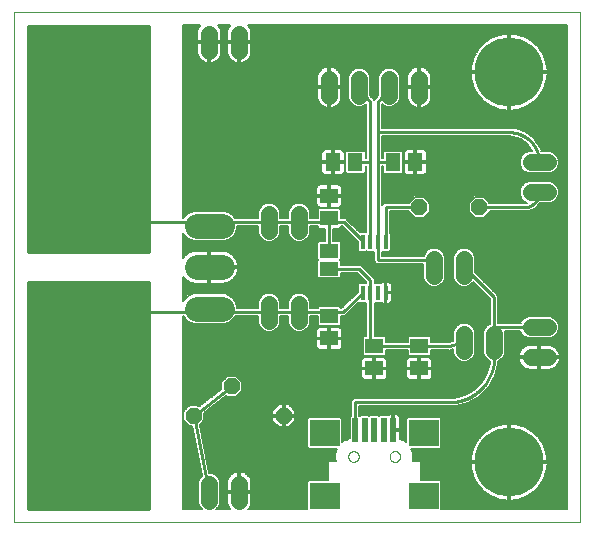
<source format=gtl>
G75*
%MOIN*%
%OFA0B0*%
%FSLAX25Y25*%
%IPPOS*%
%LPD*%
%AMOC8*
5,1,8,0,0,1.08239X$1,22.5*
%
%ADD10C,0.00000*%
%ADD11R,0.05906X0.05118*%
%ADD12R,0.05118X0.05906*%
%ADD13C,0.05600*%
%ADD14R,0.01575X0.04724*%
%ADD15OC8,0.05200*%
%ADD16C,0.23000*%
%ADD17C,0.35433*%
%ADD18R,0.34449X0.20472*%
%ADD19R,0.09843X0.08661*%
%ADD20R,0.01969X0.07874*%
%ADD21C,0.08400*%
%ADD22R,0.06300X0.04600*%
%ADD23C,0.01000*%
%ADD24C,0.03569*%
%ADD25C,0.00600*%
%ADD26C,0.04000*%
D10*
X0001937Y0004296D02*
X0001937Y0174257D01*
X0190638Y0174257D01*
X0190638Y0004296D01*
X0001937Y0004296D01*
X0113280Y0026204D02*
X0113282Y0026288D01*
X0113288Y0026371D01*
X0113298Y0026454D01*
X0113312Y0026537D01*
X0113329Y0026619D01*
X0113351Y0026700D01*
X0113376Y0026779D01*
X0113405Y0026858D01*
X0113438Y0026935D01*
X0113474Y0027010D01*
X0113514Y0027084D01*
X0113557Y0027156D01*
X0113604Y0027225D01*
X0113654Y0027292D01*
X0113707Y0027357D01*
X0113763Y0027419D01*
X0113821Y0027479D01*
X0113883Y0027536D01*
X0113947Y0027589D01*
X0114014Y0027640D01*
X0114083Y0027687D01*
X0114154Y0027732D01*
X0114227Y0027772D01*
X0114302Y0027809D01*
X0114379Y0027843D01*
X0114457Y0027873D01*
X0114536Y0027899D01*
X0114617Y0027922D01*
X0114699Y0027940D01*
X0114781Y0027955D01*
X0114864Y0027966D01*
X0114947Y0027973D01*
X0115031Y0027976D01*
X0115115Y0027975D01*
X0115198Y0027970D01*
X0115282Y0027961D01*
X0115364Y0027948D01*
X0115446Y0027932D01*
X0115527Y0027911D01*
X0115608Y0027887D01*
X0115686Y0027859D01*
X0115764Y0027827D01*
X0115840Y0027791D01*
X0115914Y0027752D01*
X0115986Y0027710D01*
X0116056Y0027664D01*
X0116124Y0027615D01*
X0116189Y0027563D01*
X0116252Y0027508D01*
X0116312Y0027450D01*
X0116370Y0027389D01*
X0116424Y0027325D01*
X0116476Y0027259D01*
X0116524Y0027191D01*
X0116569Y0027120D01*
X0116610Y0027047D01*
X0116649Y0026973D01*
X0116683Y0026897D01*
X0116714Y0026819D01*
X0116741Y0026740D01*
X0116765Y0026659D01*
X0116784Y0026578D01*
X0116800Y0026496D01*
X0116812Y0026413D01*
X0116820Y0026329D01*
X0116824Y0026246D01*
X0116824Y0026162D01*
X0116820Y0026079D01*
X0116812Y0025995D01*
X0116800Y0025912D01*
X0116784Y0025830D01*
X0116765Y0025749D01*
X0116741Y0025668D01*
X0116714Y0025589D01*
X0116683Y0025511D01*
X0116649Y0025435D01*
X0116610Y0025361D01*
X0116569Y0025288D01*
X0116524Y0025217D01*
X0116476Y0025149D01*
X0116424Y0025083D01*
X0116370Y0025019D01*
X0116312Y0024958D01*
X0116252Y0024900D01*
X0116189Y0024845D01*
X0116124Y0024793D01*
X0116056Y0024744D01*
X0115986Y0024698D01*
X0115914Y0024656D01*
X0115840Y0024617D01*
X0115764Y0024581D01*
X0115686Y0024549D01*
X0115608Y0024521D01*
X0115527Y0024497D01*
X0115446Y0024476D01*
X0115364Y0024460D01*
X0115282Y0024447D01*
X0115198Y0024438D01*
X0115115Y0024433D01*
X0115031Y0024432D01*
X0114947Y0024435D01*
X0114864Y0024442D01*
X0114781Y0024453D01*
X0114699Y0024468D01*
X0114617Y0024486D01*
X0114536Y0024509D01*
X0114457Y0024535D01*
X0114379Y0024565D01*
X0114302Y0024599D01*
X0114227Y0024636D01*
X0114154Y0024676D01*
X0114083Y0024721D01*
X0114014Y0024768D01*
X0113947Y0024819D01*
X0113883Y0024872D01*
X0113821Y0024929D01*
X0113763Y0024989D01*
X0113707Y0025051D01*
X0113654Y0025116D01*
X0113604Y0025183D01*
X0113557Y0025252D01*
X0113514Y0025324D01*
X0113474Y0025398D01*
X0113438Y0025473D01*
X0113405Y0025550D01*
X0113376Y0025629D01*
X0113351Y0025708D01*
X0113329Y0025789D01*
X0113312Y0025871D01*
X0113298Y0025954D01*
X0113288Y0026037D01*
X0113282Y0026120D01*
X0113280Y0026204D01*
X0127060Y0026204D02*
X0127062Y0026288D01*
X0127068Y0026371D01*
X0127078Y0026454D01*
X0127092Y0026537D01*
X0127109Y0026619D01*
X0127131Y0026700D01*
X0127156Y0026779D01*
X0127185Y0026858D01*
X0127218Y0026935D01*
X0127254Y0027010D01*
X0127294Y0027084D01*
X0127337Y0027156D01*
X0127384Y0027225D01*
X0127434Y0027292D01*
X0127487Y0027357D01*
X0127543Y0027419D01*
X0127601Y0027479D01*
X0127663Y0027536D01*
X0127727Y0027589D01*
X0127794Y0027640D01*
X0127863Y0027687D01*
X0127934Y0027732D01*
X0128007Y0027772D01*
X0128082Y0027809D01*
X0128159Y0027843D01*
X0128237Y0027873D01*
X0128316Y0027899D01*
X0128397Y0027922D01*
X0128479Y0027940D01*
X0128561Y0027955D01*
X0128644Y0027966D01*
X0128727Y0027973D01*
X0128811Y0027976D01*
X0128895Y0027975D01*
X0128978Y0027970D01*
X0129062Y0027961D01*
X0129144Y0027948D01*
X0129226Y0027932D01*
X0129307Y0027911D01*
X0129388Y0027887D01*
X0129466Y0027859D01*
X0129544Y0027827D01*
X0129620Y0027791D01*
X0129694Y0027752D01*
X0129766Y0027710D01*
X0129836Y0027664D01*
X0129904Y0027615D01*
X0129969Y0027563D01*
X0130032Y0027508D01*
X0130092Y0027450D01*
X0130150Y0027389D01*
X0130204Y0027325D01*
X0130256Y0027259D01*
X0130304Y0027191D01*
X0130349Y0027120D01*
X0130390Y0027047D01*
X0130429Y0026973D01*
X0130463Y0026897D01*
X0130494Y0026819D01*
X0130521Y0026740D01*
X0130545Y0026659D01*
X0130564Y0026578D01*
X0130580Y0026496D01*
X0130592Y0026413D01*
X0130600Y0026329D01*
X0130604Y0026246D01*
X0130604Y0026162D01*
X0130600Y0026079D01*
X0130592Y0025995D01*
X0130580Y0025912D01*
X0130564Y0025830D01*
X0130545Y0025749D01*
X0130521Y0025668D01*
X0130494Y0025589D01*
X0130463Y0025511D01*
X0130429Y0025435D01*
X0130390Y0025361D01*
X0130349Y0025288D01*
X0130304Y0025217D01*
X0130256Y0025149D01*
X0130204Y0025083D01*
X0130150Y0025019D01*
X0130092Y0024958D01*
X0130032Y0024900D01*
X0129969Y0024845D01*
X0129904Y0024793D01*
X0129836Y0024744D01*
X0129766Y0024698D01*
X0129694Y0024656D01*
X0129620Y0024617D01*
X0129544Y0024581D01*
X0129466Y0024549D01*
X0129388Y0024521D01*
X0129307Y0024497D01*
X0129226Y0024476D01*
X0129144Y0024460D01*
X0129062Y0024447D01*
X0128978Y0024438D01*
X0128895Y0024433D01*
X0128811Y0024432D01*
X0128727Y0024435D01*
X0128644Y0024442D01*
X0128561Y0024453D01*
X0128479Y0024468D01*
X0128397Y0024486D01*
X0128316Y0024509D01*
X0128237Y0024535D01*
X0128159Y0024565D01*
X0128082Y0024599D01*
X0128007Y0024636D01*
X0127934Y0024676D01*
X0127863Y0024721D01*
X0127794Y0024768D01*
X0127727Y0024819D01*
X0127663Y0024872D01*
X0127601Y0024929D01*
X0127543Y0024989D01*
X0127487Y0025051D01*
X0127434Y0025116D01*
X0127384Y0025183D01*
X0127337Y0025252D01*
X0127294Y0025324D01*
X0127254Y0025398D01*
X0127218Y0025473D01*
X0127185Y0025550D01*
X0127156Y0025629D01*
X0127131Y0025708D01*
X0127109Y0025789D01*
X0127092Y0025871D01*
X0127078Y0025954D01*
X0127068Y0026037D01*
X0127062Y0026120D01*
X0127060Y0026204D01*
D11*
X0121937Y0055556D03*
X0121937Y0063037D03*
X0106937Y0065556D03*
X0106937Y0073037D03*
X0136937Y0063037D03*
X0136937Y0055556D03*
X0106937Y0105556D03*
X0106937Y0113037D03*
D12*
X0108197Y0124296D03*
X0115677Y0124296D03*
X0128197Y0124296D03*
X0135677Y0124296D03*
D13*
X0136937Y0146496D02*
X0136937Y0152096D01*
X0126937Y0152096D02*
X0126937Y0146496D01*
X0116937Y0146496D02*
X0116937Y0152096D01*
X0106937Y0152096D02*
X0106937Y0146496D01*
X0076937Y0161496D02*
X0076937Y0167096D01*
X0066937Y0167096D02*
X0066937Y0161496D01*
X0086937Y0107096D02*
X0086937Y0101496D01*
X0096937Y0101496D02*
X0096937Y0107096D01*
X0096937Y0077096D02*
X0096937Y0071496D01*
X0086937Y0071496D02*
X0086937Y0077096D01*
X0141937Y0086496D02*
X0141937Y0092096D01*
X0151937Y0092096D02*
X0151937Y0086496D01*
X0174137Y0069296D02*
X0179737Y0069296D01*
X0179737Y0059296D02*
X0174137Y0059296D01*
X0161937Y0061496D02*
X0161937Y0067096D01*
X0151937Y0067096D02*
X0151937Y0061496D01*
X0174137Y0114296D02*
X0179737Y0114296D01*
X0179737Y0124296D02*
X0174137Y0124296D01*
X0076937Y0017096D02*
X0076937Y0011496D01*
X0066937Y0011496D02*
X0066937Y0017096D01*
X0036937Y0017096D02*
X0036937Y0011496D01*
X0026937Y0011496D02*
X0026937Y0017096D01*
D14*
X0118098Y0080805D03*
X0120657Y0080805D03*
X0123217Y0080805D03*
X0125776Y0080805D03*
X0125776Y0097787D03*
X0123217Y0097787D03*
X0120657Y0097787D03*
X0118098Y0097787D03*
D15*
X0136937Y0109296D03*
X0156937Y0109296D03*
X0091805Y0039786D03*
X0074452Y0049566D03*
X0061805Y0039786D03*
X0044452Y0049566D03*
D16*
X0166937Y0024296D03*
X0166937Y0154296D03*
D17*
X0026937Y0141796D03*
X0026937Y0036796D03*
D18*
X0026937Y0068037D03*
X0026937Y0110556D03*
D19*
X0105406Y0034078D03*
X0105406Y0013211D03*
X0138477Y0013211D03*
X0138477Y0034078D03*
D20*
X0128241Y0035062D03*
X0125092Y0035062D03*
X0121942Y0035062D03*
X0118792Y0035062D03*
X0115643Y0035062D03*
D21*
X0071137Y0075517D02*
X0062737Y0075517D01*
X0062737Y0089296D02*
X0071137Y0089296D01*
X0071137Y0103076D02*
X0062737Y0103076D01*
D22*
X0106937Y0094796D03*
X0106937Y0088796D03*
D23*
X0116937Y0088796D01*
X0120657Y0085076D01*
X0120657Y0080805D01*
X0120657Y0063037D01*
X0121937Y0063037D01*
X0136937Y0063037D01*
X0146937Y0063037D01*
X0151937Y0064296D01*
X0161937Y0059296D02*
X0161933Y0058934D01*
X0161919Y0058571D01*
X0161898Y0058209D01*
X0161867Y0057848D01*
X0161828Y0057488D01*
X0161780Y0057129D01*
X0161723Y0056771D01*
X0161658Y0056414D01*
X0161584Y0056059D01*
X0161501Y0055706D01*
X0161410Y0055355D01*
X0161311Y0055007D01*
X0161203Y0054661D01*
X0161087Y0054317D01*
X0160962Y0053977D01*
X0160830Y0053640D01*
X0160689Y0053306D01*
X0160540Y0052975D01*
X0160383Y0052648D01*
X0160219Y0052325D01*
X0160047Y0052006D01*
X0159867Y0051692D01*
X0159679Y0051381D01*
X0159484Y0051076D01*
X0159282Y0050775D01*
X0159072Y0050479D01*
X0158856Y0050189D01*
X0158632Y0049903D01*
X0158402Y0049623D01*
X0158165Y0049349D01*
X0157921Y0049081D01*
X0157671Y0048818D01*
X0157415Y0048562D01*
X0157152Y0048312D01*
X0156884Y0048068D01*
X0156610Y0047831D01*
X0156330Y0047601D01*
X0156044Y0047377D01*
X0155754Y0047161D01*
X0155458Y0046951D01*
X0155157Y0046749D01*
X0154852Y0046554D01*
X0154541Y0046366D01*
X0154227Y0046186D01*
X0153908Y0046014D01*
X0153585Y0045850D01*
X0153258Y0045693D01*
X0152927Y0045544D01*
X0152593Y0045403D01*
X0152256Y0045271D01*
X0151916Y0045146D01*
X0151572Y0045030D01*
X0151226Y0044922D01*
X0150878Y0044823D01*
X0150527Y0044732D01*
X0150174Y0044649D01*
X0149819Y0044575D01*
X0149462Y0044510D01*
X0149104Y0044453D01*
X0148745Y0044405D01*
X0148385Y0044366D01*
X0148024Y0044335D01*
X0147662Y0044314D01*
X0147299Y0044300D01*
X0146937Y0044296D01*
X0115643Y0044296D01*
X0115643Y0035062D01*
X0074452Y0049566D02*
X0061805Y0039786D01*
X0066937Y0014296D01*
X0066937Y0019438D01*
X0046937Y0019274D02*
X0006437Y0019274D01*
X0006437Y0018276D02*
X0046937Y0018276D01*
X0046937Y0017277D02*
X0006437Y0017277D01*
X0006437Y0016279D02*
X0046937Y0016279D01*
X0046937Y0015280D02*
X0006437Y0015280D01*
X0006437Y0014281D02*
X0046937Y0014281D01*
X0046937Y0013283D02*
X0006437Y0013283D01*
X0006437Y0012284D02*
X0046937Y0012284D01*
X0046937Y0011286D02*
X0006437Y0011286D01*
X0006437Y0010287D02*
X0046937Y0010287D01*
X0046937Y0009289D02*
X0006437Y0009289D01*
X0006437Y0008796D02*
X0006437Y0084296D01*
X0046937Y0084296D01*
X0046937Y0008796D01*
X0006437Y0008796D01*
X0006437Y0020273D02*
X0046937Y0020273D01*
X0046937Y0021271D02*
X0006437Y0021271D01*
X0006437Y0022270D02*
X0046937Y0022270D01*
X0046937Y0023268D02*
X0006437Y0023268D01*
X0006437Y0024267D02*
X0046937Y0024267D01*
X0046937Y0025265D02*
X0006437Y0025265D01*
X0006437Y0026264D02*
X0046937Y0026264D01*
X0046937Y0027262D02*
X0006437Y0027262D01*
X0006437Y0028261D02*
X0046937Y0028261D01*
X0046937Y0029259D02*
X0006437Y0029259D01*
X0006437Y0030258D02*
X0046937Y0030258D01*
X0046937Y0031256D02*
X0006437Y0031256D01*
X0006437Y0032255D02*
X0046937Y0032255D01*
X0046937Y0033253D02*
X0006437Y0033253D01*
X0006437Y0034252D02*
X0046937Y0034252D01*
X0046937Y0035250D02*
X0006437Y0035250D01*
X0006437Y0036249D02*
X0046937Y0036249D01*
X0046937Y0037247D02*
X0006437Y0037247D01*
X0006437Y0038246D02*
X0046937Y0038246D01*
X0046937Y0039244D02*
X0006437Y0039244D01*
X0006437Y0040243D02*
X0046937Y0040243D01*
X0046937Y0041241D02*
X0006437Y0041241D01*
X0006437Y0042240D02*
X0046937Y0042240D01*
X0046937Y0043238D02*
X0006437Y0043238D01*
X0006437Y0044237D02*
X0046937Y0044237D01*
X0046937Y0045235D02*
X0006437Y0045235D01*
X0006437Y0046234D02*
X0046937Y0046234D01*
X0046937Y0047232D02*
X0006437Y0047232D01*
X0006437Y0048231D02*
X0046937Y0048231D01*
X0046937Y0049229D02*
X0006437Y0049229D01*
X0006437Y0050228D02*
X0046937Y0050228D01*
X0046937Y0051226D02*
X0006437Y0051226D01*
X0006437Y0052225D02*
X0046937Y0052225D01*
X0046937Y0053223D02*
X0006437Y0053223D01*
X0006437Y0054222D02*
X0046937Y0054222D01*
X0046937Y0055220D02*
X0006437Y0055220D01*
X0006437Y0056219D02*
X0046937Y0056219D01*
X0046937Y0057217D02*
X0006437Y0057217D01*
X0006437Y0058216D02*
X0046937Y0058216D01*
X0046937Y0059215D02*
X0006437Y0059215D01*
X0006437Y0060213D02*
X0046937Y0060213D01*
X0046937Y0061212D02*
X0006437Y0061212D01*
X0006437Y0062210D02*
X0046937Y0062210D01*
X0046937Y0063209D02*
X0006437Y0063209D01*
X0006437Y0064207D02*
X0046937Y0064207D01*
X0046937Y0065206D02*
X0006437Y0065206D01*
X0006437Y0066204D02*
X0046937Y0066204D01*
X0046937Y0067203D02*
X0006437Y0067203D01*
X0006437Y0068201D02*
X0046937Y0068201D01*
X0046937Y0069200D02*
X0006437Y0069200D01*
X0006437Y0070198D02*
X0046937Y0070198D01*
X0046937Y0071197D02*
X0006437Y0071197D01*
X0006437Y0072195D02*
X0046937Y0072195D01*
X0046937Y0073194D02*
X0006437Y0073194D01*
X0006437Y0074192D02*
X0046937Y0074192D01*
X0046937Y0075191D02*
X0006437Y0075191D01*
X0006437Y0076189D02*
X0046937Y0076189D01*
X0046937Y0077188D02*
X0006437Y0077188D01*
X0006437Y0078186D02*
X0046937Y0078186D01*
X0046937Y0079185D02*
X0006437Y0079185D01*
X0006437Y0080183D02*
X0046937Y0080183D01*
X0046937Y0081182D02*
X0006437Y0081182D01*
X0006437Y0082180D02*
X0046937Y0082180D01*
X0046937Y0083179D02*
X0006437Y0083179D01*
X0006437Y0084177D02*
X0046937Y0084177D01*
X0046937Y0094296D02*
X0046937Y0169757D01*
X0006437Y0169757D01*
X0006437Y0094296D01*
X0046937Y0094296D01*
X0046937Y0095161D02*
X0006437Y0095161D01*
X0006437Y0096159D02*
X0046937Y0096159D01*
X0046937Y0097158D02*
X0006437Y0097158D01*
X0006437Y0098156D02*
X0046937Y0098156D01*
X0046937Y0099155D02*
X0006437Y0099155D01*
X0006437Y0100153D02*
X0046937Y0100153D01*
X0046937Y0101152D02*
X0006437Y0101152D01*
X0006437Y0102150D02*
X0046937Y0102150D01*
X0046937Y0103149D02*
X0006437Y0103149D01*
X0006437Y0104148D02*
X0046937Y0104148D01*
X0046937Y0105146D02*
X0006437Y0105146D01*
X0006437Y0106145D02*
X0046937Y0106145D01*
X0046937Y0107143D02*
X0006437Y0107143D01*
X0006437Y0108142D02*
X0046937Y0108142D01*
X0046937Y0109140D02*
X0006437Y0109140D01*
X0006437Y0110139D02*
X0046937Y0110139D01*
X0046937Y0111137D02*
X0006437Y0111137D01*
X0006437Y0112136D02*
X0046937Y0112136D01*
X0046937Y0113134D02*
X0006437Y0113134D01*
X0006437Y0114133D02*
X0046937Y0114133D01*
X0046937Y0115131D02*
X0006437Y0115131D01*
X0006437Y0116130D02*
X0046937Y0116130D01*
X0046937Y0117128D02*
X0006437Y0117128D01*
X0006437Y0118127D02*
X0046937Y0118127D01*
X0046937Y0119125D02*
X0006437Y0119125D01*
X0006437Y0120124D02*
X0046937Y0120124D01*
X0046937Y0121122D02*
X0006437Y0121122D01*
X0006437Y0122121D02*
X0046937Y0122121D01*
X0046937Y0123119D02*
X0006437Y0123119D01*
X0006437Y0124118D02*
X0046937Y0124118D01*
X0046937Y0125116D02*
X0006437Y0125116D01*
X0006437Y0126115D02*
X0046937Y0126115D01*
X0046937Y0127113D02*
X0006437Y0127113D01*
X0006437Y0128112D02*
X0046937Y0128112D01*
X0046937Y0129110D02*
X0006437Y0129110D01*
X0006437Y0130109D02*
X0046937Y0130109D01*
X0046937Y0131107D02*
X0006437Y0131107D01*
X0006437Y0132106D02*
X0046937Y0132106D01*
X0046937Y0133104D02*
X0006437Y0133104D01*
X0006437Y0134103D02*
X0046937Y0134103D01*
X0046937Y0135101D02*
X0006437Y0135101D01*
X0006437Y0136100D02*
X0046937Y0136100D01*
X0046937Y0137098D02*
X0006437Y0137098D01*
X0006437Y0138097D02*
X0046937Y0138097D01*
X0046937Y0139095D02*
X0006437Y0139095D01*
X0006437Y0140094D02*
X0046937Y0140094D01*
X0046937Y0141092D02*
X0006437Y0141092D01*
X0006437Y0142091D02*
X0046937Y0142091D01*
X0046937Y0143089D02*
X0006437Y0143089D01*
X0006437Y0144088D02*
X0046937Y0144088D01*
X0046937Y0145086D02*
X0006437Y0145086D01*
X0006437Y0146085D02*
X0046937Y0146085D01*
X0046937Y0147084D02*
X0006437Y0147084D01*
X0006437Y0148082D02*
X0046937Y0148082D01*
X0046937Y0149081D02*
X0006437Y0149081D01*
X0006437Y0150079D02*
X0046937Y0150079D01*
X0046937Y0151078D02*
X0006437Y0151078D01*
X0006437Y0152076D02*
X0046937Y0152076D01*
X0046937Y0153075D02*
X0006437Y0153075D01*
X0006437Y0154073D02*
X0046937Y0154073D01*
X0046937Y0155072D02*
X0006437Y0155072D01*
X0006437Y0156070D02*
X0046937Y0156070D01*
X0046937Y0157069D02*
X0006437Y0157069D01*
X0006437Y0158067D02*
X0046937Y0158067D01*
X0046937Y0159066D02*
X0006437Y0159066D01*
X0006437Y0160064D02*
X0046937Y0160064D01*
X0046937Y0161063D02*
X0006437Y0161063D01*
X0006437Y0162061D02*
X0046937Y0162061D01*
X0046937Y0163060D02*
X0006437Y0163060D01*
X0006437Y0164058D02*
X0046937Y0164058D01*
X0046937Y0165057D02*
X0006437Y0165057D01*
X0006437Y0166055D02*
X0046937Y0166055D01*
X0046937Y0167054D02*
X0006437Y0167054D01*
X0006437Y0168052D02*
X0046937Y0168052D01*
X0046937Y0169051D02*
X0006437Y0169051D01*
X0026937Y0110556D02*
X0033197Y0104296D01*
X0061937Y0104296D01*
X0066937Y0103076D01*
X0061937Y0104296D02*
X0086937Y0104296D01*
X0096937Y0104296D01*
X0106937Y0104296D01*
X0106937Y0105556D01*
X0106937Y0104296D02*
X0111937Y0104296D01*
X0118098Y0098135D01*
X0118098Y0097787D01*
X0120657Y0097787D02*
X0120657Y0124296D01*
X0115677Y0124296D01*
X0120657Y0124296D02*
X0120657Y0144296D01*
X0116937Y0149296D01*
X0123217Y0144296D02*
X0126937Y0149296D01*
X0123217Y0144296D02*
X0123217Y0134296D01*
X0166937Y0134296D01*
X0167179Y0134293D01*
X0167420Y0134284D01*
X0167661Y0134270D01*
X0167902Y0134249D01*
X0168142Y0134223D01*
X0168382Y0134191D01*
X0168621Y0134153D01*
X0168858Y0134110D01*
X0169095Y0134060D01*
X0169330Y0134005D01*
X0169564Y0133945D01*
X0169796Y0133878D01*
X0170027Y0133807D01*
X0170256Y0133729D01*
X0170483Y0133646D01*
X0170708Y0133558D01*
X0170931Y0133464D01*
X0171151Y0133365D01*
X0171369Y0133260D01*
X0171584Y0133151D01*
X0171797Y0133036D01*
X0172007Y0132916D01*
X0172213Y0132791D01*
X0172417Y0132661D01*
X0172618Y0132526D01*
X0172815Y0132386D01*
X0173009Y0132242D01*
X0173199Y0132093D01*
X0173385Y0131939D01*
X0173568Y0131781D01*
X0173747Y0131619D01*
X0173922Y0131452D01*
X0174093Y0131281D01*
X0174260Y0131106D01*
X0174422Y0130927D01*
X0174580Y0130744D01*
X0174734Y0130558D01*
X0174883Y0130368D01*
X0175027Y0130174D01*
X0175167Y0129977D01*
X0175302Y0129776D01*
X0175432Y0129572D01*
X0175557Y0129366D01*
X0175677Y0129156D01*
X0175792Y0128943D01*
X0175901Y0128728D01*
X0176006Y0128510D01*
X0176105Y0128290D01*
X0176199Y0128067D01*
X0176287Y0127842D01*
X0176370Y0127615D01*
X0176448Y0127386D01*
X0176519Y0127155D01*
X0176586Y0126923D01*
X0176646Y0126689D01*
X0176701Y0126454D01*
X0176751Y0126217D01*
X0176794Y0125980D01*
X0176832Y0125741D01*
X0176864Y0125501D01*
X0176890Y0125261D01*
X0176911Y0125020D01*
X0176925Y0124779D01*
X0176934Y0124538D01*
X0176937Y0124296D01*
X0176937Y0114296D02*
X0176935Y0114156D01*
X0176929Y0114016D01*
X0176919Y0113876D01*
X0176906Y0113736D01*
X0176888Y0113597D01*
X0176866Y0113458D01*
X0176841Y0113321D01*
X0176812Y0113183D01*
X0176779Y0113047D01*
X0176742Y0112912D01*
X0176701Y0112778D01*
X0176656Y0112645D01*
X0176608Y0112513D01*
X0176556Y0112383D01*
X0176501Y0112254D01*
X0176442Y0112127D01*
X0176379Y0112001D01*
X0176313Y0111877D01*
X0176244Y0111756D01*
X0176171Y0111636D01*
X0176094Y0111518D01*
X0176015Y0111403D01*
X0175932Y0111289D01*
X0175846Y0111179D01*
X0175757Y0111070D01*
X0175665Y0110964D01*
X0175570Y0110861D01*
X0175473Y0110760D01*
X0175372Y0110663D01*
X0175269Y0110568D01*
X0175163Y0110476D01*
X0175054Y0110387D01*
X0174944Y0110301D01*
X0174830Y0110218D01*
X0174715Y0110139D01*
X0174597Y0110062D01*
X0174477Y0109989D01*
X0174356Y0109920D01*
X0174232Y0109854D01*
X0174106Y0109791D01*
X0173979Y0109732D01*
X0173850Y0109677D01*
X0173720Y0109625D01*
X0173588Y0109577D01*
X0173455Y0109532D01*
X0173321Y0109491D01*
X0173186Y0109454D01*
X0173050Y0109421D01*
X0172912Y0109392D01*
X0172775Y0109367D01*
X0172636Y0109345D01*
X0172497Y0109327D01*
X0172357Y0109314D01*
X0172217Y0109304D01*
X0172077Y0109298D01*
X0171937Y0109296D01*
X0156937Y0109296D01*
X0136937Y0109296D02*
X0125776Y0109296D01*
X0125776Y0097787D01*
X0123217Y0097787D02*
X0123217Y0091796D01*
X0141937Y0091796D01*
X0141937Y0089296D01*
X0151937Y0089296D02*
X0161937Y0079296D01*
X0161937Y0064296D01*
X0161937Y0059296D01*
X0161937Y0064296D02*
X0161855Y0064381D01*
X0161775Y0064468D01*
X0161699Y0064558D01*
X0161626Y0064651D01*
X0161556Y0064746D01*
X0161489Y0064844D01*
X0161425Y0064943D01*
X0161365Y0065045D01*
X0161308Y0065149D01*
X0161255Y0065254D01*
X0161205Y0065361D01*
X0161159Y0065470D01*
X0161116Y0065580D01*
X0161078Y0065692D01*
X0161043Y0065805D01*
X0161012Y0065919D01*
X0160984Y0066034D01*
X0160961Y0066150D01*
X0160941Y0066266D01*
X0160925Y0066383D01*
X0160913Y0066501D01*
X0160905Y0066619D01*
X0160901Y0066737D01*
X0160901Y0066855D01*
X0160905Y0066973D01*
X0160913Y0067091D01*
X0160925Y0067209D01*
X0160941Y0067326D01*
X0160961Y0067442D01*
X0160984Y0067558D01*
X0161012Y0067673D01*
X0161043Y0067787D01*
X0161078Y0067900D01*
X0161116Y0068012D01*
X0161159Y0068122D01*
X0161205Y0068231D01*
X0161255Y0068338D01*
X0161308Y0068443D01*
X0161365Y0068547D01*
X0161425Y0068649D01*
X0161489Y0068748D01*
X0161556Y0068846D01*
X0161626Y0068941D01*
X0161699Y0069034D01*
X0161775Y0069124D01*
X0161855Y0069211D01*
X0161937Y0069296D01*
X0176937Y0069296D01*
X0123217Y0097787D02*
X0123217Y0124296D01*
X0128197Y0124296D01*
X0123217Y0124296D02*
X0123217Y0134296D01*
X0106937Y0104296D02*
X0106937Y0094796D01*
X0118098Y0080805D02*
X0111589Y0074296D01*
X0106937Y0074296D01*
X0106937Y0073037D01*
X0106937Y0074296D02*
X0096937Y0074296D01*
X0086937Y0074296D01*
X0068157Y0074296D01*
X0068157Y0074297D02*
X0068089Y0074299D01*
X0068020Y0074305D01*
X0067953Y0074314D01*
X0067886Y0074328D01*
X0067819Y0074345D01*
X0067754Y0074365D01*
X0067690Y0074390D01*
X0067628Y0074418D01*
X0067567Y0074449D01*
X0067508Y0074484D01*
X0067451Y0074522D01*
X0067396Y0074563D01*
X0067344Y0074607D01*
X0067294Y0074654D01*
X0067247Y0074704D01*
X0067203Y0074756D01*
X0067162Y0074811D01*
X0067124Y0074868D01*
X0067089Y0074927D01*
X0067058Y0074988D01*
X0067030Y0075050D01*
X0067005Y0075114D01*
X0066985Y0075179D01*
X0066968Y0075246D01*
X0066954Y0075313D01*
X0066945Y0075380D01*
X0066939Y0075449D01*
X0066937Y0075517D01*
X0061937Y0074296D01*
X0026937Y0074296D01*
D24*
X0026937Y0059296D03*
X0021937Y0059296D03*
X0016937Y0059296D03*
X0011937Y0059296D03*
X0011937Y0054296D03*
X0031937Y0059296D03*
X0036937Y0059296D03*
X0041937Y0059296D03*
X0041937Y0054296D03*
X0041937Y0119296D03*
X0036937Y0119296D03*
X0031937Y0119296D03*
X0026937Y0119296D03*
X0021937Y0119296D03*
X0016937Y0119296D03*
X0011937Y0119296D03*
X0011937Y0124296D03*
X0041937Y0124296D03*
D25*
X0031937Y0119296D01*
X0028197Y0110556D01*
X0026937Y0110556D01*
X0033197Y0110556D01*
X0036937Y0119296D01*
X0041937Y0119296D01*
X0038197Y0110556D01*
X0026937Y0110556D01*
X0026937Y0119296D01*
X0021937Y0119296D02*
X0025677Y0110556D01*
X0026937Y0110556D01*
X0020677Y0110556D01*
X0016937Y0119296D01*
X0011937Y0119296D02*
X0015677Y0110556D01*
X0026937Y0110556D01*
X0011937Y0119296D02*
X0011937Y0124296D01*
X0058237Y0123999D02*
X0107897Y0123999D01*
X0107897Y0123996D02*
X0104338Y0123996D01*
X0104338Y0121172D01*
X0104426Y0120842D01*
X0104598Y0120545D01*
X0104840Y0120303D01*
X0105136Y0120132D01*
X0105467Y0120044D01*
X0107897Y0120044D01*
X0107897Y0123996D01*
X0108497Y0123996D01*
X0108497Y0120044D01*
X0110927Y0120044D01*
X0111258Y0120132D01*
X0111554Y0120303D01*
X0111796Y0120545D01*
X0111967Y0120842D01*
X0112056Y0121172D01*
X0112056Y0123996D01*
X0108497Y0123996D01*
X0108497Y0124596D01*
X0112056Y0124596D01*
X0112056Y0127420D01*
X0111967Y0127751D01*
X0111796Y0128047D01*
X0111554Y0128289D01*
X0111258Y0128461D01*
X0110927Y0128549D01*
X0108497Y0128549D01*
X0108497Y0124596D01*
X0107897Y0124596D01*
X0107897Y0123996D01*
X0107897Y0123400D02*
X0108497Y0123400D01*
X0108497Y0122802D02*
X0107897Y0122802D01*
X0107897Y0122203D02*
X0108497Y0122203D01*
X0108497Y0121605D02*
X0107897Y0121605D01*
X0107897Y0121006D02*
X0108497Y0121006D01*
X0108497Y0120408D02*
X0107897Y0120408D01*
X0104735Y0120408D02*
X0058237Y0120408D01*
X0058237Y0121006D02*
X0104382Y0121006D01*
X0104338Y0121605D02*
X0058237Y0121605D01*
X0058237Y0122203D02*
X0104338Y0122203D01*
X0104338Y0122802D02*
X0058237Y0122802D01*
X0058237Y0123400D02*
X0104338Y0123400D01*
X0104338Y0124596D02*
X0107897Y0124596D01*
X0107897Y0128549D01*
X0105467Y0128549D01*
X0105136Y0128461D01*
X0104840Y0128289D01*
X0104598Y0128047D01*
X0104426Y0127751D01*
X0104338Y0127420D01*
X0104338Y0124596D01*
X0104338Y0124597D02*
X0058237Y0124597D01*
X0058237Y0125196D02*
X0104338Y0125196D01*
X0104338Y0125794D02*
X0058237Y0125794D01*
X0058237Y0126393D02*
X0104338Y0126393D01*
X0104338Y0126991D02*
X0058237Y0126991D01*
X0058237Y0127590D02*
X0104383Y0127590D01*
X0104738Y0128188D02*
X0058237Y0128188D01*
X0058237Y0128787D02*
X0119257Y0128787D01*
X0119257Y0129385D02*
X0058237Y0129385D01*
X0058237Y0129984D02*
X0119257Y0129984D01*
X0119257Y0130582D02*
X0058237Y0130582D01*
X0058237Y0131181D02*
X0119257Y0131181D01*
X0119257Y0131779D02*
X0058237Y0131779D01*
X0058237Y0132378D02*
X0119257Y0132378D01*
X0119257Y0132976D02*
X0058237Y0132976D01*
X0058237Y0133575D02*
X0119257Y0133575D01*
X0119257Y0134173D02*
X0058237Y0134173D01*
X0058237Y0134772D02*
X0119257Y0134772D01*
X0119257Y0135370D02*
X0058237Y0135370D01*
X0058237Y0135969D02*
X0119257Y0135969D01*
X0119257Y0136567D02*
X0058237Y0136567D01*
X0058237Y0137166D02*
X0119257Y0137166D01*
X0119257Y0137764D02*
X0058237Y0137764D01*
X0058237Y0138363D02*
X0119257Y0138363D01*
X0119257Y0138961D02*
X0058237Y0138961D01*
X0058237Y0139560D02*
X0119257Y0139560D01*
X0119257Y0140158D02*
X0058237Y0140158D01*
X0058237Y0140757D02*
X0119257Y0140757D01*
X0119257Y0141355D02*
X0058237Y0141355D01*
X0058237Y0141954D02*
X0119257Y0141954D01*
X0119257Y0142552D02*
X0108067Y0142552D01*
X0107897Y0142497D02*
X0108511Y0142697D01*
X0109086Y0142990D01*
X0109608Y0143369D01*
X0110064Y0143825D01*
X0110444Y0144348D01*
X0113853Y0144348D01*
X0113800Y0144400D02*
X0114841Y0143360D01*
X0116201Y0142796D01*
X0117673Y0142796D01*
X0119033Y0143360D01*
X0119257Y0143584D01*
X0119257Y0125696D01*
X0119136Y0125696D01*
X0119136Y0127622D01*
X0118609Y0128149D01*
X0112745Y0128149D01*
X0112218Y0127622D01*
X0112218Y0120971D01*
X0112745Y0120444D01*
X0118609Y0120444D01*
X0119136Y0120971D01*
X0119136Y0122896D01*
X0119257Y0122896D01*
X0119257Y0101050D01*
X0117164Y0101050D01*
X0113337Y0104876D01*
X0112517Y0105696D01*
X0110790Y0105696D01*
X0110790Y0108488D01*
X0110263Y0109015D01*
X0103611Y0109015D01*
X0103084Y0108488D01*
X0103084Y0105696D01*
X0100637Y0105696D01*
X0100637Y0107832D01*
X0100074Y0109192D01*
X0099033Y0110233D01*
X0102704Y0110233D01*
X0102684Y0110306D02*
X0102773Y0109976D01*
X0102944Y0109679D01*
X0103186Y0109437D01*
X0103482Y0109266D01*
X0103813Y0109177D01*
X0106637Y0109177D01*
X0106637Y0112736D01*
X0107237Y0112736D01*
X0107237Y0109177D01*
X0110061Y0109177D01*
X0110392Y0109266D01*
X0110688Y0109437D01*
X0110930Y0109679D01*
X0111101Y0109976D01*
X0111190Y0110306D01*
X0111190Y0112737D01*
X0107237Y0112737D01*
X0107237Y0113337D01*
X0106637Y0113337D01*
X0106637Y0116896D01*
X0103813Y0116896D01*
X0103482Y0116807D01*
X0103186Y0116636D01*
X0102944Y0116394D01*
X0102773Y0116097D01*
X0102684Y0115767D01*
X0102684Y0113337D01*
X0106637Y0113337D01*
X0106637Y0112737D01*
X0102684Y0112737D01*
X0102684Y0110306D01*
X0102684Y0110831D02*
X0058237Y0110831D01*
X0058237Y0110233D02*
X0084841Y0110233D01*
X0083800Y0109192D01*
X0083237Y0107832D01*
X0083237Y0105696D01*
X0075572Y0105696D01*
X0075461Y0105965D01*
X0074026Y0107399D01*
X0072151Y0108176D01*
X0061723Y0108176D01*
X0059848Y0107399D01*
X0058413Y0105965D01*
X0058302Y0105696D01*
X0058237Y0105696D01*
X0058237Y0169957D01*
X0063999Y0169957D01*
X0063810Y0169767D01*
X0063430Y0169245D01*
X0063137Y0168670D01*
X0062938Y0168056D01*
X0062837Y0167419D01*
X0062837Y0164596D01*
X0066637Y0164596D01*
X0066637Y0163996D01*
X0067237Y0163996D01*
X0067237Y0157396D01*
X0067260Y0157396D01*
X0067897Y0157497D01*
X0068511Y0157697D01*
X0069086Y0157990D01*
X0069608Y0158369D01*
X0070064Y0158825D01*
X0070444Y0159348D01*
X0070737Y0159923D01*
X0070936Y0160536D01*
X0071037Y0161174D01*
X0071037Y0163996D01*
X0067237Y0163996D01*
X0067237Y0164596D01*
X0071037Y0164596D01*
X0071037Y0167419D01*
X0070936Y0168056D01*
X0070737Y0168670D01*
X0070444Y0169245D01*
X0070064Y0169767D01*
X0069875Y0169957D01*
X0073999Y0169957D01*
X0073810Y0169767D01*
X0073430Y0169245D01*
X0073137Y0168670D01*
X0072938Y0168056D01*
X0072837Y0167419D01*
X0072837Y0164596D01*
X0076637Y0164596D01*
X0076637Y0163996D01*
X0077237Y0163996D01*
X0077237Y0157396D01*
X0077260Y0157396D01*
X0077897Y0157497D01*
X0078511Y0157697D01*
X0079086Y0157990D01*
X0079608Y0158369D01*
X0080064Y0158825D01*
X0080444Y0159348D01*
X0080737Y0159923D01*
X0080936Y0160536D01*
X0081037Y0161174D01*
X0081037Y0163996D01*
X0077237Y0163996D01*
X0077237Y0164596D01*
X0081037Y0164596D01*
X0081037Y0167419D01*
X0080936Y0168056D01*
X0080737Y0168670D01*
X0080444Y0169245D01*
X0080064Y0169767D01*
X0079875Y0169957D01*
X0186338Y0169957D01*
X0186338Y0008596D01*
X0144299Y0008596D01*
X0144299Y0017915D01*
X0143771Y0018442D01*
X0137399Y0018442D01*
X0137399Y0024556D01*
X0137224Y0024732D01*
X0134794Y0024732D01*
X0134903Y0024996D01*
X0134903Y0027411D01*
X0134309Y0028847D01*
X0143771Y0028847D01*
X0144299Y0029374D01*
X0144299Y0038781D01*
X0143771Y0039308D01*
X0133183Y0039308D01*
X0132656Y0038781D01*
X0132656Y0030966D01*
X0132271Y0031351D01*
X0130525Y0032074D01*
X0130525Y0034870D01*
X0128433Y0034870D01*
X0128433Y0035254D01*
X0128049Y0035254D01*
X0128049Y0040299D01*
X0127086Y0040299D01*
X0126755Y0040210D01*
X0126459Y0040039D01*
X0126318Y0039899D01*
X0123734Y0039899D01*
X0123517Y0039681D01*
X0123299Y0039899D01*
X0120585Y0039899D01*
X0120367Y0039681D01*
X0120149Y0039899D01*
X0117435Y0039899D01*
X0117217Y0039681D01*
X0117043Y0039856D01*
X0117043Y0042896D01*
X0149096Y0042896D01*
X0153267Y0044014D01*
X0157007Y0046173D01*
X0160060Y0049227D01*
X0160060Y0049227D01*
X0162219Y0052966D01*
X0163337Y0057137D01*
X0163337Y0058071D01*
X0164033Y0058360D01*
X0165074Y0059400D01*
X0165637Y0060760D01*
X0165637Y0067832D01*
X0165610Y0067896D01*
X0170712Y0067896D01*
X0171000Y0067200D01*
X0172041Y0066160D01*
X0173401Y0065596D01*
X0180473Y0065596D01*
X0181833Y0066160D01*
X0182874Y0067200D01*
X0183437Y0068560D01*
X0183437Y0070032D01*
X0182874Y0071392D01*
X0181833Y0072433D01*
X0180473Y0072996D01*
X0173401Y0072996D01*
X0172041Y0072433D01*
X0171000Y0071392D01*
X0170712Y0070696D01*
X0163337Y0070696D01*
X0163337Y0079876D01*
X0162517Y0080696D01*
X0155637Y0087576D01*
X0155637Y0092832D01*
X0155074Y0094192D01*
X0154033Y0095233D01*
X0152673Y0095796D01*
X0151201Y0095796D01*
X0149841Y0095233D01*
X0148800Y0094192D01*
X0148237Y0092832D01*
X0148237Y0085760D01*
X0148800Y0084400D01*
X0149841Y0083360D01*
X0151201Y0082796D01*
X0152673Y0082796D01*
X0154033Y0083360D01*
X0154963Y0084290D01*
X0160537Y0078716D01*
X0160537Y0070521D01*
X0159841Y0070233D01*
X0158800Y0069192D01*
X0158237Y0067832D01*
X0158237Y0060760D01*
X0158800Y0059400D01*
X0159841Y0058360D01*
X0160459Y0058104D01*
X0160421Y0057521D01*
X0159502Y0054092D01*
X0157727Y0051017D01*
X0155216Y0048507D01*
X0152142Y0046732D01*
X0148712Y0045813D01*
X0146937Y0045696D01*
X0115063Y0045696D01*
X0114243Y0044876D01*
X0114243Y0039856D01*
X0113758Y0039372D01*
X0113758Y0032240D01*
X0111613Y0031351D01*
X0111228Y0030966D01*
X0111228Y0038781D01*
X0110701Y0039308D01*
X0100112Y0039308D01*
X0099585Y0038781D01*
X0099585Y0029374D01*
X0100112Y0028847D01*
X0109575Y0028847D01*
X0108980Y0027411D01*
X0108980Y0024996D01*
X0109090Y0024732D01*
X0106660Y0024732D01*
X0106484Y0024556D01*
X0106484Y0018442D01*
X0100112Y0018442D01*
X0099585Y0017915D01*
X0099585Y0008596D01*
X0079835Y0008596D01*
X0080064Y0008825D01*
X0080444Y0009348D01*
X0080737Y0009923D01*
X0080936Y0010536D01*
X0081037Y0011174D01*
X0081037Y0013996D01*
X0077237Y0013996D01*
X0077237Y0014596D01*
X0081037Y0014596D01*
X0081037Y0017419D01*
X0080936Y0018056D01*
X0080737Y0018670D01*
X0080444Y0019245D01*
X0080064Y0019767D01*
X0079608Y0020224D01*
X0079086Y0020603D01*
X0078511Y0020896D01*
X0077897Y0021095D01*
X0077260Y0021196D01*
X0077237Y0021196D01*
X0077237Y0014596D01*
X0076637Y0014596D01*
X0076637Y0013996D01*
X0072837Y0013996D01*
X0072837Y0011174D01*
X0072938Y0010536D01*
X0073137Y0009923D01*
X0073430Y0009348D01*
X0073810Y0008825D01*
X0074039Y0008596D01*
X0069270Y0008596D01*
X0070074Y0009400D01*
X0070637Y0010760D01*
X0070637Y0017832D01*
X0070074Y0019192D01*
X0069033Y0020233D01*
X0067673Y0020796D01*
X0067558Y0020796D01*
X0067517Y0020838D01*
X0067048Y0020838D01*
X0063824Y0036855D01*
X0065305Y0038337D01*
X0065305Y0040723D01*
X0072659Y0046409D01*
X0073002Y0046066D01*
X0075902Y0046066D01*
X0077952Y0048116D01*
X0077952Y0051016D01*
X0075902Y0053066D01*
X0073002Y0053066D01*
X0070952Y0051016D01*
X0070952Y0048629D01*
X0063599Y0042943D01*
X0063255Y0043286D01*
X0060356Y0043286D01*
X0058305Y0041236D01*
X0058305Y0038337D01*
X0060356Y0036286D01*
X0061082Y0036286D01*
X0064402Y0019794D01*
X0063800Y0019192D01*
X0063237Y0017832D01*
X0063237Y0010760D01*
X0063800Y0009400D01*
X0064604Y0008596D01*
X0058237Y0008596D01*
X0058237Y0072896D01*
X0058302Y0072896D01*
X0058413Y0072628D01*
X0059848Y0071193D01*
X0061723Y0070417D01*
X0072151Y0070417D01*
X0074026Y0071193D01*
X0075461Y0072628D01*
X0075572Y0072896D01*
X0083237Y0072896D01*
X0083237Y0070760D01*
X0083800Y0069400D01*
X0084841Y0068360D01*
X0086201Y0067796D01*
X0087673Y0067796D01*
X0089033Y0068360D01*
X0090074Y0069400D01*
X0090637Y0070760D01*
X0090637Y0072896D01*
X0093237Y0072896D01*
X0093237Y0070760D01*
X0093800Y0069400D01*
X0094841Y0068360D01*
X0096201Y0067796D01*
X0097673Y0067796D01*
X0099033Y0068360D01*
X0100074Y0069400D01*
X0100637Y0070760D01*
X0100637Y0072896D01*
X0103084Y0072896D01*
X0103084Y0070105D01*
X0103611Y0069577D01*
X0110263Y0069577D01*
X0110790Y0070105D01*
X0110790Y0072896D01*
X0112169Y0072896D01*
X0112989Y0073716D01*
X0116877Y0077604D01*
X0116938Y0077543D01*
X0119257Y0077543D01*
X0119257Y0066496D01*
X0118611Y0066496D01*
X0118084Y0065968D01*
X0118084Y0060105D01*
X0118611Y0059577D01*
X0125263Y0059577D01*
X0125790Y0060105D01*
X0125790Y0061637D01*
X0133084Y0061637D01*
X0133084Y0060105D01*
X0133611Y0059577D01*
X0140263Y0059577D01*
X0140790Y0060105D01*
X0140790Y0061637D01*
X0146551Y0061637D01*
X0146717Y0061537D01*
X0147111Y0061637D01*
X0147517Y0061637D01*
X0147654Y0061773D01*
X0148237Y0061920D01*
X0148237Y0060760D01*
X0148800Y0059400D01*
X0149841Y0058360D01*
X0151201Y0057796D01*
X0152673Y0057796D01*
X0154033Y0058360D01*
X0155074Y0059400D01*
X0155637Y0060760D01*
X0155637Y0067832D01*
X0155074Y0069192D01*
X0154033Y0070233D01*
X0152673Y0070796D01*
X0151201Y0070796D01*
X0149841Y0070233D01*
X0148800Y0069192D01*
X0148237Y0067832D01*
X0148237Y0064808D01*
X0146763Y0064437D01*
X0140790Y0064437D01*
X0140790Y0065968D01*
X0140263Y0066496D01*
X0133611Y0066496D01*
X0133084Y0065968D01*
X0133084Y0064437D01*
X0125790Y0064437D01*
X0125790Y0065968D01*
X0125263Y0066496D01*
X0122057Y0066496D01*
X0122057Y0077543D01*
X0124050Y0077543D01*
X0124190Y0077403D01*
X0124486Y0077232D01*
X0124817Y0077143D01*
X0125682Y0077143D01*
X0125682Y0080712D01*
X0125869Y0080712D01*
X0125869Y0077143D01*
X0126734Y0077143D01*
X0127065Y0077232D01*
X0127361Y0077403D01*
X0127603Y0077645D01*
X0127774Y0077941D01*
X0127863Y0078272D01*
X0127863Y0080712D01*
X0125869Y0080712D01*
X0125869Y0080899D01*
X0125682Y0080899D01*
X0125682Y0084468D01*
X0124817Y0084468D01*
X0124486Y0084379D01*
X0124190Y0084208D01*
X0124050Y0084068D01*
X0122057Y0084068D01*
X0122057Y0085656D01*
X0121237Y0086476D01*
X0117517Y0090196D01*
X0110987Y0090196D01*
X0110987Y0091469D01*
X0110660Y0091796D01*
X0110987Y0092124D01*
X0110987Y0097469D01*
X0110460Y0097996D01*
X0108337Y0097996D01*
X0108337Y0102097D01*
X0110263Y0102097D01*
X0110790Y0102624D01*
X0110790Y0102896D01*
X0111357Y0102896D01*
X0116411Y0097842D01*
X0116411Y0095052D01*
X0116938Y0094525D01*
X0119259Y0094525D01*
X0119378Y0094644D01*
X0119497Y0094525D01*
X0121817Y0094525D01*
X0121817Y0091216D01*
X0122637Y0090396D01*
X0138237Y0090396D01*
X0138237Y0085760D01*
X0138800Y0084400D01*
X0139841Y0083360D01*
X0141201Y0082796D01*
X0142673Y0082796D01*
X0144033Y0083360D01*
X0145074Y0084400D01*
X0145637Y0085760D01*
X0145637Y0092832D01*
X0145074Y0094192D01*
X0144033Y0095233D01*
X0142673Y0095796D01*
X0141201Y0095796D01*
X0139841Y0095233D01*
X0138800Y0094192D01*
X0138388Y0093196D01*
X0124617Y0093196D01*
X0124617Y0094525D01*
X0126936Y0094525D01*
X0127463Y0095052D01*
X0127463Y0100522D01*
X0127176Y0100810D01*
X0127176Y0107896D01*
X0133437Y0107896D01*
X0133437Y0107847D01*
X0135487Y0105796D01*
X0138387Y0105796D01*
X0140437Y0107847D01*
X0140437Y0110746D01*
X0138387Y0112796D01*
X0135487Y0112796D01*
X0133437Y0110746D01*
X0133437Y0110696D01*
X0125196Y0110696D01*
X0124617Y0110117D01*
X0124617Y0122896D01*
X0124738Y0122896D01*
X0124738Y0120971D01*
X0125265Y0120444D01*
X0131129Y0120444D01*
X0131656Y0120971D01*
X0131656Y0127622D01*
X0131129Y0128149D01*
X0125265Y0128149D01*
X0124738Y0127622D01*
X0124738Y0125696D01*
X0124617Y0125696D01*
X0124617Y0132896D01*
X0166937Y0132896D01*
X0168282Y0132791D01*
X0170841Y0131959D01*
X0173018Y0130377D01*
X0174600Y0128201D01*
X0174666Y0127996D01*
X0173401Y0127996D01*
X0172041Y0127433D01*
X0171000Y0126392D01*
X0170437Y0125032D01*
X0170437Y0123560D01*
X0171000Y0122200D01*
X0172041Y0121160D01*
X0173401Y0120596D01*
X0180473Y0120596D01*
X0181833Y0121160D01*
X0182874Y0122200D01*
X0183437Y0123560D01*
X0183437Y0125032D01*
X0182874Y0126392D01*
X0181833Y0127433D01*
X0180473Y0127996D01*
X0177721Y0127996D01*
X0177221Y0129536D01*
X0175098Y0132458D01*
X0172177Y0134580D01*
X0168743Y0135696D01*
X0124617Y0135696D01*
X0124617Y0143584D01*
X0124841Y0143360D01*
X0126201Y0142796D01*
X0127673Y0142796D01*
X0129033Y0143360D01*
X0130074Y0144400D01*
X0130637Y0145760D01*
X0130637Y0152832D01*
X0130074Y0154192D01*
X0129033Y0155233D01*
X0127673Y0155796D01*
X0126201Y0155796D01*
X0124841Y0155233D01*
X0123800Y0154192D01*
X0123237Y0152832D01*
X0123237Y0146669D01*
X0122154Y0145214D01*
X0121937Y0144997D01*
X0121720Y0145214D01*
X0120637Y0146669D01*
X0120637Y0152832D01*
X0120074Y0154192D01*
X0119033Y0155233D01*
X0117673Y0155796D01*
X0116201Y0155796D01*
X0114841Y0155233D01*
X0113800Y0154192D01*
X0113237Y0152832D01*
X0113237Y0145760D01*
X0113800Y0144400D01*
X0113574Y0144947D02*
X0110744Y0144947D01*
X0110737Y0144923D02*
X0110936Y0145536D01*
X0111037Y0146174D01*
X0111037Y0148996D01*
X0107237Y0148996D01*
X0107237Y0142396D01*
X0107260Y0142396D01*
X0107897Y0142497D01*
X0107237Y0142552D02*
X0106637Y0142552D01*
X0106637Y0142396D02*
X0106637Y0148996D01*
X0107237Y0148996D01*
X0107237Y0149596D01*
X0111037Y0149596D01*
X0111037Y0152419D01*
X0110936Y0153056D01*
X0110737Y0153670D01*
X0110444Y0154245D01*
X0110064Y0154767D01*
X0109608Y0155224D01*
X0109086Y0155603D01*
X0108511Y0155896D01*
X0107897Y0156095D01*
X0107260Y0156196D01*
X0107237Y0156196D01*
X0107237Y0149596D01*
X0106637Y0149596D01*
X0106637Y0148996D01*
X0102837Y0148996D01*
X0102837Y0146174D01*
X0102938Y0145536D01*
X0103137Y0144923D01*
X0103430Y0144348D01*
X0058237Y0144348D01*
X0058237Y0143750D02*
X0103886Y0143750D01*
X0103810Y0143825D02*
X0104266Y0143369D01*
X0104788Y0142990D01*
X0105363Y0142697D01*
X0105977Y0142497D01*
X0106614Y0142396D01*
X0106637Y0142396D01*
X0106637Y0143151D02*
X0107237Y0143151D01*
X0107237Y0143750D02*
X0106637Y0143750D01*
X0106637Y0144348D02*
X0107237Y0144348D01*
X0107237Y0144947D02*
X0106637Y0144947D01*
X0106637Y0145545D02*
X0107237Y0145545D01*
X0107237Y0146144D02*
X0106637Y0146144D01*
X0106637Y0146742D02*
X0107237Y0146742D01*
X0107237Y0147341D02*
X0106637Y0147341D01*
X0106637Y0147939D02*
X0107237Y0147939D01*
X0107237Y0148538D02*
X0106637Y0148538D01*
X0106637Y0149136D02*
X0058237Y0149136D01*
X0058237Y0148538D02*
X0102837Y0148538D01*
X0102837Y0147939D02*
X0058237Y0147939D01*
X0058237Y0147341D02*
X0102837Y0147341D01*
X0102837Y0146742D02*
X0058237Y0146742D01*
X0058237Y0146144D02*
X0102842Y0146144D01*
X0102937Y0145545D02*
X0058237Y0145545D01*
X0058237Y0144947D02*
X0103130Y0144947D01*
X0103430Y0144348D02*
X0103810Y0143825D01*
X0104566Y0143151D02*
X0058237Y0143151D01*
X0058237Y0142552D02*
X0105807Y0142552D01*
X0109308Y0143151D02*
X0115345Y0143151D01*
X0114451Y0143750D02*
X0109988Y0143750D01*
X0110444Y0144348D02*
X0110737Y0144923D01*
X0110937Y0145545D02*
X0113326Y0145545D01*
X0113237Y0146144D02*
X0111032Y0146144D01*
X0111037Y0146742D02*
X0113237Y0146742D01*
X0113237Y0147341D02*
X0111037Y0147341D01*
X0111037Y0147939D02*
X0113237Y0147939D01*
X0113237Y0148538D02*
X0111037Y0148538D01*
X0111037Y0149735D02*
X0113237Y0149735D01*
X0113237Y0150333D02*
X0111037Y0150333D01*
X0111037Y0150932D02*
X0113237Y0150932D01*
X0113237Y0151530D02*
X0111037Y0151530D01*
X0111037Y0152129D02*
X0113237Y0152129D01*
X0113237Y0152727D02*
X0110988Y0152727D01*
X0110849Y0153326D02*
X0113441Y0153326D01*
X0113689Y0153924D02*
X0110607Y0153924D01*
X0110242Y0154523D02*
X0114131Y0154523D01*
X0114729Y0155121D02*
X0109710Y0155121D01*
X0108857Y0155720D02*
X0116016Y0155720D01*
X0117858Y0155720D02*
X0126016Y0155720D01*
X0124729Y0155121D02*
X0119145Y0155121D01*
X0119743Y0154523D02*
X0124131Y0154523D01*
X0123689Y0153924D02*
X0120185Y0153924D01*
X0120433Y0153326D02*
X0123441Y0153326D01*
X0123237Y0152727D02*
X0120637Y0152727D01*
X0120637Y0152129D02*
X0123237Y0152129D01*
X0123237Y0151530D02*
X0120637Y0151530D01*
X0120637Y0150932D02*
X0123237Y0150932D01*
X0123237Y0150333D02*
X0120637Y0150333D01*
X0120637Y0149735D02*
X0123237Y0149735D01*
X0123237Y0149136D02*
X0120637Y0149136D01*
X0120637Y0148538D02*
X0123237Y0148538D01*
X0123237Y0147939D02*
X0120637Y0147939D01*
X0120637Y0147341D02*
X0123237Y0147341D01*
X0123237Y0146742D02*
X0120637Y0146742D01*
X0121028Y0146144D02*
X0122846Y0146144D01*
X0122401Y0145545D02*
X0121473Y0145545D01*
X0119257Y0143151D02*
X0118529Y0143151D01*
X0124617Y0143151D02*
X0125345Y0143151D01*
X0124617Y0142552D02*
X0135807Y0142552D01*
X0135977Y0142497D02*
X0136614Y0142396D01*
X0136637Y0142396D01*
X0136637Y0148996D01*
X0137237Y0148996D01*
X0137237Y0142396D01*
X0137260Y0142396D01*
X0137897Y0142497D01*
X0138511Y0142697D01*
X0139086Y0142990D01*
X0139608Y0143369D01*
X0140064Y0143825D01*
X0140444Y0144348D01*
X0158882Y0144348D01*
X0159303Y0144003D02*
X0158331Y0144801D01*
X0157441Y0145690D01*
X0156644Y0146662D01*
X0155945Y0147708D01*
X0155352Y0148817D01*
X0154871Y0149979D01*
X0154506Y0151182D01*
X0154260Y0152416D01*
X0154137Y0153668D01*
X0154137Y0153996D01*
X0166637Y0153996D01*
X0167237Y0153996D01*
X0167237Y0141496D01*
X0167566Y0141496D01*
X0168817Y0141620D01*
X0170051Y0141865D01*
X0171254Y0142230D01*
X0172416Y0142711D01*
X0173525Y0143304D01*
X0174571Y0144003D01*
X0175543Y0144801D01*
X0176433Y0145690D01*
X0177230Y0146662D01*
X0177929Y0147708D01*
X0178522Y0148817D01*
X0179003Y0149979D01*
X0179368Y0151182D01*
X0179614Y0152416D01*
X0179737Y0153668D01*
X0179737Y0153996D01*
X0167237Y0153996D01*
X0167237Y0154596D01*
X0179737Y0154596D01*
X0179737Y0154925D01*
X0179614Y0156177D01*
X0179368Y0157410D01*
X0179003Y0158614D01*
X0178522Y0159776D01*
X0177929Y0160885D01*
X0177230Y0161931D01*
X0176433Y0162903D01*
X0175543Y0163792D01*
X0174571Y0164590D01*
X0173525Y0165289D01*
X0172416Y0165881D01*
X0171254Y0166363D01*
X0170051Y0166728D01*
X0168817Y0166973D01*
X0167566Y0167096D01*
X0167237Y0167096D01*
X0167237Y0154596D01*
X0166637Y0154596D01*
X0166637Y0153996D01*
X0166637Y0141496D01*
X0166308Y0141496D01*
X0165057Y0141620D01*
X0163823Y0141865D01*
X0162620Y0142230D01*
X0161458Y0142711D01*
X0160349Y0143304D01*
X0159303Y0144003D01*
X0159682Y0143750D02*
X0139988Y0143750D01*
X0140444Y0144348D02*
X0140737Y0144923D01*
X0140936Y0145536D01*
X0141037Y0146174D01*
X0141037Y0148996D01*
X0137237Y0148996D01*
X0137237Y0149596D01*
X0141037Y0149596D01*
X0141037Y0152419D01*
X0140936Y0153056D01*
X0140737Y0153670D01*
X0140444Y0154245D01*
X0140064Y0154767D01*
X0139608Y0155224D01*
X0139086Y0155603D01*
X0138511Y0155896D01*
X0137897Y0156095D01*
X0137260Y0156196D01*
X0137237Y0156196D01*
X0137237Y0149596D01*
X0136637Y0149596D01*
X0136637Y0148996D01*
X0132837Y0148996D01*
X0132837Y0146174D01*
X0132938Y0145536D01*
X0133137Y0144923D01*
X0133430Y0144348D01*
X0130021Y0144348D01*
X0130300Y0144947D02*
X0133130Y0144947D01*
X0132937Y0145545D02*
X0130548Y0145545D01*
X0130637Y0146144D02*
X0132842Y0146144D01*
X0132837Y0146742D02*
X0130637Y0146742D01*
X0130637Y0147341D02*
X0132837Y0147341D01*
X0132837Y0147939D02*
X0130637Y0147939D01*
X0130637Y0148538D02*
X0132837Y0148538D01*
X0132837Y0149596D02*
X0136637Y0149596D01*
X0136637Y0156196D01*
X0136614Y0156196D01*
X0135977Y0156095D01*
X0135363Y0155896D01*
X0134788Y0155603D01*
X0134266Y0155224D01*
X0133810Y0154767D01*
X0133430Y0154245D01*
X0133137Y0153670D01*
X0132938Y0153056D01*
X0132837Y0152419D01*
X0132837Y0149596D01*
X0132837Y0149735D02*
X0130637Y0149735D01*
X0130637Y0150333D02*
X0132837Y0150333D01*
X0132837Y0150932D02*
X0130637Y0150932D01*
X0130637Y0151530D02*
X0132837Y0151530D01*
X0132837Y0152129D02*
X0130637Y0152129D01*
X0130637Y0152727D02*
X0132886Y0152727D01*
X0133025Y0153326D02*
X0130433Y0153326D01*
X0130185Y0153924D02*
X0133267Y0153924D01*
X0133632Y0154523D02*
X0129743Y0154523D01*
X0129145Y0155121D02*
X0134164Y0155121D01*
X0135017Y0155720D02*
X0127858Y0155720D01*
X0130637Y0149136D02*
X0136637Y0149136D01*
X0136637Y0148538D02*
X0137237Y0148538D01*
X0137237Y0149136D02*
X0155220Y0149136D01*
X0154972Y0149735D02*
X0141037Y0149735D01*
X0141037Y0150333D02*
X0154763Y0150333D01*
X0154582Y0150932D02*
X0141037Y0150932D01*
X0141037Y0151530D02*
X0154436Y0151530D01*
X0154317Y0152129D02*
X0141037Y0152129D01*
X0140988Y0152727D02*
X0154230Y0152727D01*
X0154171Y0153326D02*
X0140849Y0153326D01*
X0140607Y0153924D02*
X0154137Y0153924D01*
X0154137Y0154596D02*
X0166637Y0154596D01*
X0166637Y0167096D01*
X0166308Y0167096D01*
X0165057Y0166973D01*
X0163823Y0166728D01*
X0162620Y0166363D01*
X0161458Y0165881D01*
X0160349Y0165289D01*
X0159303Y0164590D01*
X0158331Y0163792D01*
X0157441Y0162903D01*
X0156644Y0161931D01*
X0155945Y0160885D01*
X0155352Y0159776D01*
X0154871Y0158614D01*
X0154506Y0157410D01*
X0154260Y0156177D01*
X0154137Y0154925D01*
X0154137Y0154596D01*
X0154156Y0155121D02*
X0139710Y0155121D01*
X0140242Y0154523D02*
X0166637Y0154523D01*
X0166637Y0155121D02*
X0167237Y0155121D01*
X0167237Y0154523D02*
X0186338Y0154523D01*
X0186338Y0155121D02*
X0179718Y0155121D01*
X0179659Y0155720D02*
X0186338Y0155720D01*
X0186338Y0156318D02*
X0179586Y0156318D01*
X0179467Y0156917D02*
X0186338Y0156917D01*
X0186338Y0157515D02*
X0179337Y0157515D01*
X0179155Y0158114D02*
X0186338Y0158114D01*
X0186338Y0158712D02*
X0178962Y0158712D01*
X0178715Y0159311D02*
X0186338Y0159311D01*
X0186338Y0159909D02*
X0178451Y0159909D01*
X0178131Y0160508D02*
X0186338Y0160508D01*
X0186338Y0161106D02*
X0177781Y0161106D01*
X0177381Y0161705D02*
X0186338Y0161705D01*
X0186338Y0162303D02*
X0176924Y0162303D01*
X0176433Y0162902D02*
X0186338Y0162902D01*
X0186338Y0163500D02*
X0175835Y0163500D01*
X0175169Y0164099D02*
X0186338Y0164099D01*
X0186338Y0164697D02*
X0174410Y0164697D01*
X0173512Y0165296D02*
X0186338Y0165296D01*
X0186338Y0165894D02*
X0172385Y0165894D01*
X0170825Y0166493D02*
X0186338Y0166493D01*
X0186338Y0167091D02*
X0167616Y0167091D01*
X0167237Y0167091D02*
X0166637Y0167091D01*
X0166258Y0167091D02*
X0081037Y0167091D01*
X0081037Y0166493D02*
X0163049Y0166493D01*
X0161489Y0165894D02*
X0081037Y0165894D01*
X0081037Y0165296D02*
X0160362Y0165296D01*
X0159464Y0164697D02*
X0081037Y0164697D01*
X0081037Y0163500D02*
X0158039Y0163500D01*
X0157441Y0162902D02*
X0081037Y0162902D01*
X0081037Y0162303D02*
X0156950Y0162303D01*
X0156493Y0161705D02*
X0081037Y0161705D01*
X0081026Y0161106D02*
X0156093Y0161106D01*
X0155743Y0160508D02*
X0080927Y0160508D01*
X0080730Y0159909D02*
X0155423Y0159909D01*
X0155159Y0159311D02*
X0080417Y0159311D01*
X0079951Y0158712D02*
X0154912Y0158712D01*
X0154719Y0158114D02*
X0079257Y0158114D01*
X0077952Y0157515D02*
X0154538Y0157515D01*
X0154407Y0156917D02*
X0058237Y0156917D01*
X0058237Y0157515D02*
X0065922Y0157515D01*
X0065977Y0157497D02*
X0066614Y0157396D01*
X0066637Y0157396D01*
X0066637Y0163996D01*
X0062837Y0163996D01*
X0062837Y0161174D01*
X0062938Y0160536D01*
X0063137Y0159923D01*
X0063430Y0159348D01*
X0063810Y0158825D01*
X0064266Y0158369D01*
X0064788Y0157990D01*
X0065363Y0157697D01*
X0065977Y0157497D01*
X0066637Y0157515D02*
X0067237Y0157515D01*
X0067237Y0158114D02*
X0066637Y0158114D01*
X0066637Y0158712D02*
X0067237Y0158712D01*
X0067237Y0159311D02*
X0066637Y0159311D01*
X0066637Y0159909D02*
X0067237Y0159909D01*
X0067237Y0160508D02*
X0066637Y0160508D01*
X0066637Y0161106D02*
X0067237Y0161106D01*
X0067237Y0161705D02*
X0066637Y0161705D01*
X0066637Y0162303D02*
X0067237Y0162303D01*
X0067237Y0162902D02*
X0066637Y0162902D01*
X0066637Y0163500D02*
X0067237Y0163500D01*
X0067237Y0164099D02*
X0076637Y0164099D01*
X0076637Y0163996D02*
X0072837Y0163996D01*
X0072837Y0161174D01*
X0072938Y0160536D01*
X0073137Y0159923D01*
X0073430Y0159348D01*
X0073810Y0158825D01*
X0074266Y0158369D01*
X0074788Y0157990D01*
X0075363Y0157697D01*
X0075977Y0157497D01*
X0076614Y0157396D01*
X0076637Y0157396D01*
X0076637Y0163996D01*
X0076637Y0163500D02*
X0077237Y0163500D01*
X0077237Y0162902D02*
X0076637Y0162902D01*
X0076637Y0162303D02*
X0077237Y0162303D01*
X0077237Y0161705D02*
X0076637Y0161705D01*
X0076637Y0161106D02*
X0077237Y0161106D01*
X0077237Y0160508D02*
X0076637Y0160508D01*
X0076637Y0159909D02*
X0077237Y0159909D01*
X0077237Y0159311D02*
X0076637Y0159311D01*
X0076637Y0158712D02*
X0077237Y0158712D01*
X0077237Y0158114D02*
X0076637Y0158114D01*
X0076637Y0157515D02*
X0077237Y0157515D01*
X0075922Y0157515D02*
X0067952Y0157515D01*
X0069257Y0158114D02*
X0074617Y0158114D01*
X0073923Y0158712D02*
X0069951Y0158712D01*
X0070417Y0159311D02*
X0073457Y0159311D01*
X0073144Y0159909D02*
X0070730Y0159909D01*
X0070927Y0160508D02*
X0072947Y0160508D01*
X0072848Y0161106D02*
X0071026Y0161106D01*
X0071037Y0161705D02*
X0072837Y0161705D01*
X0072837Y0162303D02*
X0071037Y0162303D01*
X0071037Y0162902D02*
X0072837Y0162902D01*
X0072837Y0163500D02*
X0071037Y0163500D01*
X0071037Y0164697D02*
X0072837Y0164697D01*
X0072837Y0165296D02*
X0071037Y0165296D01*
X0071037Y0165894D02*
X0072837Y0165894D01*
X0072837Y0166493D02*
X0071037Y0166493D01*
X0071037Y0167091D02*
X0072837Y0167091D01*
X0072880Y0167690D02*
X0070994Y0167690D01*
X0070861Y0168288D02*
X0073013Y0168288D01*
X0073248Y0168887D02*
X0070626Y0168887D01*
X0070269Y0169486D02*
X0073605Y0169486D01*
X0077237Y0164099D02*
X0158705Y0164099D01*
X0166637Y0164099D02*
X0167237Y0164099D01*
X0167237Y0164697D02*
X0166637Y0164697D01*
X0166637Y0165296D02*
X0167237Y0165296D01*
X0167237Y0165894D02*
X0166637Y0165894D01*
X0166637Y0166493D02*
X0167237Y0166493D01*
X0167237Y0163500D02*
X0166637Y0163500D01*
X0166637Y0162902D02*
X0167237Y0162902D01*
X0167237Y0162303D02*
X0166637Y0162303D01*
X0166637Y0161705D02*
X0167237Y0161705D01*
X0167237Y0161106D02*
X0166637Y0161106D01*
X0166637Y0160508D02*
X0167237Y0160508D01*
X0167237Y0159909D02*
X0166637Y0159909D01*
X0166637Y0159311D02*
X0167237Y0159311D01*
X0167237Y0158712D02*
X0166637Y0158712D01*
X0166637Y0158114D02*
X0167237Y0158114D01*
X0167237Y0157515D02*
X0166637Y0157515D01*
X0166637Y0156917D02*
X0167237Y0156917D01*
X0167237Y0156318D02*
X0166637Y0156318D01*
X0166637Y0155720D02*
X0167237Y0155720D01*
X0167237Y0153924D02*
X0166637Y0153924D01*
X0166637Y0153326D02*
X0167237Y0153326D01*
X0167237Y0152727D02*
X0166637Y0152727D01*
X0166637Y0152129D02*
X0167237Y0152129D01*
X0167237Y0151530D02*
X0166637Y0151530D01*
X0166637Y0150932D02*
X0167237Y0150932D01*
X0167237Y0150333D02*
X0166637Y0150333D01*
X0166637Y0149735D02*
X0167237Y0149735D01*
X0167237Y0149136D02*
X0166637Y0149136D01*
X0166637Y0148538D02*
X0167237Y0148538D01*
X0167237Y0147939D02*
X0166637Y0147939D01*
X0166637Y0147341D02*
X0167237Y0147341D01*
X0167237Y0146742D02*
X0166637Y0146742D01*
X0166637Y0146144D02*
X0167237Y0146144D01*
X0167237Y0145545D02*
X0166637Y0145545D01*
X0166637Y0144947D02*
X0167237Y0144947D01*
X0167237Y0144348D02*
X0166637Y0144348D01*
X0166637Y0143750D02*
X0167237Y0143750D01*
X0167237Y0143151D02*
X0166637Y0143151D01*
X0166637Y0142552D02*
X0167237Y0142552D01*
X0167237Y0141954D02*
X0166637Y0141954D01*
X0163530Y0141954D02*
X0124617Y0141954D01*
X0124617Y0141355D02*
X0186338Y0141355D01*
X0186338Y0140757D02*
X0124617Y0140757D01*
X0124617Y0140158D02*
X0186338Y0140158D01*
X0186338Y0139560D02*
X0124617Y0139560D01*
X0124617Y0138961D02*
X0186338Y0138961D01*
X0186338Y0138363D02*
X0124617Y0138363D01*
X0124617Y0137764D02*
X0186338Y0137764D01*
X0186338Y0137166D02*
X0124617Y0137166D01*
X0124617Y0136567D02*
X0186338Y0136567D01*
X0186338Y0135969D02*
X0124617Y0135969D01*
X0124617Y0132378D02*
X0169552Y0132378D01*
X0171089Y0131779D02*
X0124617Y0131779D01*
X0124617Y0131181D02*
X0171913Y0131181D01*
X0172736Y0130582D02*
X0124617Y0130582D01*
X0124617Y0129984D02*
X0173304Y0129984D01*
X0173739Y0129385D02*
X0124617Y0129385D01*
X0124617Y0128787D02*
X0174174Y0128787D01*
X0174604Y0128188D02*
X0139136Y0128188D01*
X0139034Y0128289D02*
X0138738Y0128461D01*
X0138407Y0128549D01*
X0135977Y0128549D01*
X0135977Y0124596D01*
X0139536Y0124596D01*
X0139536Y0127420D01*
X0139448Y0127751D01*
X0139276Y0128047D01*
X0139034Y0128289D01*
X0139491Y0127590D02*
X0172419Y0127590D01*
X0171599Y0126991D02*
X0139536Y0126991D01*
X0139536Y0126393D02*
X0171001Y0126393D01*
X0170753Y0125794D02*
X0139536Y0125794D01*
X0139536Y0125196D02*
X0170505Y0125196D01*
X0170437Y0124597D02*
X0139536Y0124597D01*
X0139536Y0123996D02*
X0135977Y0123996D01*
X0135977Y0120044D01*
X0138407Y0120044D01*
X0138738Y0120132D01*
X0139034Y0120303D01*
X0139276Y0120545D01*
X0139448Y0120842D01*
X0139536Y0121172D01*
X0139536Y0123996D01*
X0139536Y0123400D02*
X0170503Y0123400D01*
X0170437Y0123999D02*
X0135977Y0123999D01*
X0135977Y0123996D02*
X0135977Y0124596D01*
X0135377Y0124596D01*
X0135377Y0123996D01*
X0135977Y0123996D01*
X0135977Y0123400D02*
X0135377Y0123400D01*
X0135377Y0123996D02*
X0135377Y0120044D01*
X0132947Y0120044D01*
X0132616Y0120132D01*
X0132320Y0120303D01*
X0132078Y0120545D01*
X0131907Y0120842D01*
X0131818Y0121172D01*
X0131818Y0123996D01*
X0135377Y0123996D01*
X0135377Y0123999D02*
X0131656Y0123999D01*
X0131656Y0124597D02*
X0131818Y0124597D01*
X0131818Y0124596D02*
X0135377Y0124596D01*
X0135377Y0128549D01*
X0132947Y0128549D01*
X0132616Y0128461D01*
X0132320Y0128289D01*
X0132078Y0128047D01*
X0131907Y0127751D01*
X0131818Y0127420D01*
X0131818Y0124596D01*
X0131818Y0125196D02*
X0131656Y0125196D01*
X0131656Y0125794D02*
X0131818Y0125794D01*
X0131818Y0126393D02*
X0131656Y0126393D01*
X0131656Y0126991D02*
X0131818Y0126991D01*
X0131864Y0127590D02*
X0131656Y0127590D01*
X0132219Y0128188D02*
X0124617Y0128188D01*
X0124617Y0127590D02*
X0124738Y0127590D01*
X0124738Y0126991D02*
X0124617Y0126991D01*
X0124617Y0126393D02*
X0124738Y0126393D01*
X0124738Y0125794D02*
X0124617Y0125794D01*
X0124617Y0122802D02*
X0124738Y0122802D01*
X0124738Y0122203D02*
X0124617Y0122203D01*
X0124617Y0121605D02*
X0124738Y0121605D01*
X0124738Y0121006D02*
X0124617Y0121006D01*
X0124617Y0120408D02*
X0132216Y0120408D01*
X0131863Y0121006D02*
X0131656Y0121006D01*
X0131656Y0121605D02*
X0131818Y0121605D01*
X0131818Y0122203D02*
X0131656Y0122203D01*
X0131656Y0122802D02*
X0131818Y0122802D01*
X0131818Y0123400D02*
X0131656Y0123400D01*
X0135377Y0122802D02*
X0135977Y0122802D01*
X0135977Y0122203D02*
X0135377Y0122203D01*
X0135377Y0121605D02*
X0135977Y0121605D01*
X0135977Y0121006D02*
X0135377Y0121006D01*
X0135377Y0120408D02*
X0135977Y0120408D01*
X0139139Y0120408D02*
X0186338Y0120408D01*
X0186338Y0121006D02*
X0181462Y0121006D01*
X0182278Y0121605D02*
X0186338Y0121605D01*
X0186338Y0122203D02*
X0182875Y0122203D01*
X0183123Y0122802D02*
X0186338Y0122802D01*
X0186338Y0123400D02*
X0183371Y0123400D01*
X0183437Y0123999D02*
X0186338Y0123999D01*
X0186338Y0124597D02*
X0183437Y0124597D01*
X0183369Y0125196D02*
X0186338Y0125196D01*
X0186338Y0125794D02*
X0183121Y0125794D01*
X0182873Y0126393D02*
X0186338Y0126393D01*
X0186338Y0126991D02*
X0182275Y0126991D01*
X0181455Y0127590D02*
X0186338Y0127590D01*
X0186338Y0128188D02*
X0177659Y0128188D01*
X0177465Y0128787D02*
X0186338Y0128787D01*
X0186338Y0129385D02*
X0177270Y0129385D01*
X0177221Y0129536D02*
X0177221Y0129536D01*
X0176896Y0129984D02*
X0186338Y0129984D01*
X0186338Y0130582D02*
X0176461Y0130582D01*
X0176026Y0131181D02*
X0186338Y0131181D01*
X0186338Y0131779D02*
X0175592Y0131779D01*
X0175157Y0132378D02*
X0186338Y0132378D01*
X0186338Y0132976D02*
X0174385Y0132976D01*
X0175098Y0132458D02*
X0175098Y0132458D01*
X0173561Y0133575D02*
X0186338Y0133575D01*
X0186338Y0134173D02*
X0172737Y0134173D01*
X0171588Y0134772D02*
X0186338Y0134772D01*
X0186338Y0135370D02*
X0169746Y0135370D01*
X0170344Y0141954D02*
X0186338Y0141954D01*
X0186338Y0142552D02*
X0172033Y0142552D01*
X0173239Y0143151D02*
X0186338Y0143151D01*
X0186338Y0143750D02*
X0174192Y0143750D01*
X0174992Y0144348D02*
X0186338Y0144348D01*
X0186338Y0144947D02*
X0175689Y0144947D01*
X0176288Y0145545D02*
X0186338Y0145545D01*
X0186338Y0146144D02*
X0176805Y0146144D01*
X0177284Y0146742D02*
X0186338Y0146742D01*
X0186338Y0147341D02*
X0177684Y0147341D01*
X0178053Y0147939D02*
X0186338Y0147939D01*
X0186338Y0148538D02*
X0178373Y0148538D01*
X0178654Y0149136D02*
X0186338Y0149136D01*
X0186338Y0149735D02*
X0178902Y0149735D01*
X0179111Y0150333D02*
X0186338Y0150333D01*
X0186338Y0150932D02*
X0179292Y0150932D01*
X0179438Y0151530D02*
X0186338Y0151530D01*
X0186338Y0152129D02*
X0179557Y0152129D01*
X0179644Y0152727D02*
X0186338Y0152727D01*
X0186338Y0153326D02*
X0179703Y0153326D01*
X0179737Y0153924D02*
X0186338Y0153924D01*
X0186338Y0167690D02*
X0080994Y0167690D01*
X0080861Y0168288D02*
X0186338Y0168288D01*
X0186338Y0168887D02*
X0080626Y0168887D01*
X0080269Y0169486D02*
X0186338Y0169486D01*
X0158185Y0144947D02*
X0140744Y0144947D01*
X0140937Y0145545D02*
X0157586Y0145545D01*
X0157069Y0146144D02*
X0141032Y0146144D01*
X0141037Y0146742D02*
X0156590Y0146742D01*
X0156190Y0147341D02*
X0141037Y0147341D01*
X0141037Y0147939D02*
X0155821Y0147939D01*
X0155501Y0148538D02*
X0141037Y0148538D01*
X0137237Y0147939D02*
X0136637Y0147939D01*
X0136637Y0147341D02*
X0137237Y0147341D01*
X0137237Y0146742D02*
X0136637Y0146742D01*
X0136637Y0146144D02*
X0137237Y0146144D01*
X0137237Y0145545D02*
X0136637Y0145545D01*
X0136637Y0144947D02*
X0137237Y0144947D01*
X0137237Y0144348D02*
X0136637Y0144348D01*
X0136637Y0143750D02*
X0137237Y0143750D01*
X0137237Y0143151D02*
X0136637Y0143151D01*
X0136637Y0142552D02*
X0137237Y0142552D01*
X0138067Y0142552D02*
X0161841Y0142552D01*
X0160635Y0143151D02*
X0139308Y0143151D01*
X0135977Y0142497D02*
X0135363Y0142697D01*
X0134788Y0142990D01*
X0134266Y0143369D01*
X0133810Y0143825D01*
X0133430Y0144348D01*
X0133886Y0143750D02*
X0129423Y0143750D01*
X0128529Y0143151D02*
X0134566Y0143151D01*
X0136637Y0149735D02*
X0137237Y0149735D01*
X0137237Y0150333D02*
X0136637Y0150333D01*
X0136637Y0150932D02*
X0137237Y0150932D01*
X0137237Y0151530D02*
X0136637Y0151530D01*
X0136637Y0152129D02*
X0137237Y0152129D01*
X0137237Y0152727D02*
X0136637Y0152727D01*
X0136637Y0153326D02*
X0137237Y0153326D01*
X0137237Y0153924D02*
X0136637Y0153924D01*
X0136637Y0154523D02*
X0137237Y0154523D01*
X0137237Y0155121D02*
X0136637Y0155121D01*
X0136637Y0155720D02*
X0137237Y0155720D01*
X0138857Y0155720D02*
X0154215Y0155720D01*
X0154288Y0156318D02*
X0058237Y0156318D01*
X0058237Y0155720D02*
X0105017Y0155720D01*
X0104788Y0155603D02*
X0105363Y0155896D01*
X0105977Y0156095D01*
X0106614Y0156196D01*
X0106637Y0156196D01*
X0106637Y0149596D01*
X0102837Y0149596D01*
X0102837Y0152419D01*
X0102938Y0153056D01*
X0103137Y0153670D01*
X0103430Y0154245D01*
X0103810Y0154767D01*
X0104266Y0155224D01*
X0104788Y0155603D01*
X0104164Y0155121D02*
X0058237Y0155121D01*
X0058237Y0154523D02*
X0103632Y0154523D01*
X0103267Y0153924D02*
X0058237Y0153924D01*
X0058237Y0153326D02*
X0103025Y0153326D01*
X0102886Y0152727D02*
X0058237Y0152727D01*
X0058237Y0152129D02*
X0102837Y0152129D01*
X0102837Y0151530D02*
X0058237Y0151530D01*
X0058237Y0150932D02*
X0102837Y0150932D01*
X0102837Y0150333D02*
X0058237Y0150333D01*
X0058237Y0149735D02*
X0102837Y0149735D01*
X0106637Y0149735D02*
X0107237Y0149735D01*
X0107237Y0150333D02*
X0106637Y0150333D01*
X0106637Y0150932D02*
X0107237Y0150932D01*
X0107237Y0151530D02*
X0106637Y0151530D01*
X0106637Y0152129D02*
X0107237Y0152129D01*
X0107237Y0152727D02*
X0106637Y0152727D01*
X0106637Y0153326D02*
X0107237Y0153326D01*
X0107237Y0153924D02*
X0106637Y0153924D01*
X0106637Y0154523D02*
X0107237Y0154523D01*
X0107237Y0155121D02*
X0106637Y0155121D01*
X0106637Y0155720D02*
X0107237Y0155720D01*
X0107237Y0149136D02*
X0113237Y0149136D01*
X0111655Y0128188D02*
X0119257Y0128188D01*
X0119257Y0127590D02*
X0119136Y0127590D01*
X0119136Y0126991D02*
X0119257Y0126991D01*
X0119257Y0126393D02*
X0119136Y0126393D01*
X0119136Y0125794D02*
X0119257Y0125794D01*
X0119257Y0122802D02*
X0119136Y0122802D01*
X0119136Y0122203D02*
X0119257Y0122203D01*
X0119257Y0121605D02*
X0119136Y0121605D01*
X0119136Y0121006D02*
X0119257Y0121006D01*
X0119257Y0120408D02*
X0111658Y0120408D01*
X0112011Y0121006D02*
X0112218Y0121006D01*
X0112218Y0121605D02*
X0112056Y0121605D01*
X0112056Y0122203D02*
X0112218Y0122203D01*
X0112218Y0122802D02*
X0112056Y0122802D01*
X0112056Y0123400D02*
X0112218Y0123400D01*
X0112218Y0123999D02*
X0108497Y0123999D01*
X0108497Y0124597D02*
X0107897Y0124597D01*
X0107897Y0125196D02*
X0108497Y0125196D01*
X0108497Y0125794D02*
X0107897Y0125794D01*
X0107897Y0126393D02*
X0108497Y0126393D01*
X0108497Y0126991D02*
X0107897Y0126991D01*
X0107897Y0127590D02*
X0108497Y0127590D01*
X0108497Y0128188D02*
X0107897Y0128188D01*
X0112010Y0127590D02*
X0112218Y0127590D01*
X0112218Y0126991D02*
X0112056Y0126991D01*
X0112056Y0126393D02*
X0112218Y0126393D01*
X0112218Y0125794D02*
X0112056Y0125794D01*
X0112056Y0125196D02*
X0112218Y0125196D01*
X0112218Y0124597D02*
X0112056Y0124597D01*
X0119257Y0119809D02*
X0058237Y0119809D01*
X0058237Y0119211D02*
X0119257Y0119211D01*
X0119257Y0118612D02*
X0058237Y0118612D01*
X0058237Y0118014D02*
X0119257Y0118014D01*
X0119257Y0117415D02*
X0058237Y0117415D01*
X0058237Y0116817D02*
X0103518Y0116817D01*
X0102842Y0116218D02*
X0058237Y0116218D01*
X0058237Y0115619D02*
X0102684Y0115619D01*
X0102684Y0115021D02*
X0058237Y0115021D01*
X0058237Y0114422D02*
X0102684Y0114422D01*
X0102684Y0113824D02*
X0058237Y0113824D01*
X0058237Y0113225D02*
X0106637Y0113225D01*
X0106637Y0112627D02*
X0107237Y0112627D01*
X0107237Y0113225D02*
X0119257Y0113225D01*
X0119257Y0112627D02*
X0111190Y0112627D01*
X0111190Y0112028D02*
X0119257Y0112028D01*
X0119257Y0111430D02*
X0111190Y0111430D01*
X0111190Y0110831D02*
X0119257Y0110831D01*
X0119257Y0110233D02*
X0111170Y0110233D01*
X0110885Y0109634D02*
X0119257Y0109634D01*
X0119257Y0109036D02*
X0100138Y0109036D01*
X0100386Y0108437D02*
X0103084Y0108437D01*
X0103084Y0107839D02*
X0100634Y0107839D01*
X0100637Y0107240D02*
X0103084Y0107240D01*
X0103084Y0106642D02*
X0100637Y0106642D01*
X0100637Y0106043D02*
X0103084Y0106043D01*
X0103084Y0102896D02*
X0100637Y0102896D01*
X0100637Y0100760D01*
X0100074Y0099400D01*
X0099033Y0098360D01*
X0097673Y0097796D01*
X0096201Y0097796D01*
X0094841Y0098360D01*
X0093800Y0099400D01*
X0093237Y0100760D01*
X0093237Y0102896D01*
X0090637Y0102896D01*
X0090637Y0100760D01*
X0090074Y0099400D01*
X0089033Y0098360D01*
X0087673Y0097796D01*
X0086201Y0097796D01*
X0084841Y0098360D01*
X0083800Y0099400D01*
X0083237Y0100760D01*
X0083237Y0102896D01*
X0076237Y0102896D01*
X0076237Y0102061D01*
X0075461Y0100187D01*
X0074026Y0098752D01*
X0072151Y0097976D01*
X0061723Y0097976D01*
X0059848Y0098752D01*
X0058413Y0100187D01*
X0058237Y0100613D01*
X0058237Y0092460D01*
X0058542Y0092879D01*
X0059154Y0093492D01*
X0059854Y0094000D01*
X0060626Y0094393D01*
X0061449Y0094661D01*
X0062304Y0094796D01*
X0066637Y0094796D01*
X0066637Y0089596D01*
X0067237Y0089596D01*
X0076637Y0089596D01*
X0076637Y0089729D01*
X0076502Y0090584D01*
X0076234Y0091408D01*
X0075841Y0092179D01*
X0075332Y0092879D01*
X0074720Y0093492D01*
X0074020Y0094000D01*
X0073248Y0094393D01*
X0072425Y0094661D01*
X0071570Y0094796D01*
X0067237Y0094796D01*
X0067237Y0089596D01*
X0067237Y0088996D01*
X0067237Y0083796D01*
X0071570Y0083796D01*
X0072425Y0083932D01*
X0073248Y0084199D01*
X0074020Y0084592D01*
X0074720Y0085101D01*
X0075332Y0085713D01*
X0075841Y0086414D01*
X0076234Y0087185D01*
X0076502Y0088008D01*
X0076637Y0088864D01*
X0076637Y0088996D01*
X0067237Y0088996D01*
X0066637Y0088996D01*
X0066637Y0083796D01*
X0062304Y0083796D01*
X0061449Y0083932D01*
X0060626Y0084199D01*
X0059854Y0084592D01*
X0059154Y0085101D01*
X0058542Y0085713D01*
X0058237Y0086133D01*
X0058237Y0077980D01*
X0058413Y0078406D01*
X0059848Y0079840D01*
X0061723Y0080617D01*
X0072151Y0080617D01*
X0074026Y0079840D01*
X0075461Y0078406D01*
X0076237Y0076531D01*
X0076237Y0075696D01*
X0083237Y0075696D01*
X0083237Y0077832D01*
X0083800Y0079192D01*
X0084841Y0080233D01*
X0086201Y0080796D01*
X0087673Y0080796D01*
X0089033Y0080233D01*
X0090074Y0079192D01*
X0090637Y0077832D01*
X0090637Y0075696D01*
X0093237Y0075696D01*
X0093237Y0077832D01*
X0093800Y0079192D01*
X0094841Y0080233D01*
X0096201Y0080796D01*
X0097673Y0080796D01*
X0099033Y0080233D01*
X0100074Y0079192D01*
X0100637Y0077832D01*
X0100637Y0075696D01*
X0103084Y0075696D01*
X0103084Y0075968D01*
X0103611Y0076496D01*
X0110263Y0076496D01*
X0110790Y0075968D01*
X0110790Y0075696D01*
X0111009Y0075696D01*
X0116411Y0081098D01*
X0116411Y0083540D01*
X0116938Y0084068D01*
X0119257Y0084068D01*
X0119257Y0084496D01*
X0116357Y0087396D01*
X0110987Y0087396D01*
X0110987Y0086124D01*
X0110460Y0085596D01*
X0103414Y0085596D01*
X0102887Y0086124D01*
X0102887Y0091469D01*
X0103214Y0091796D01*
X0102887Y0092124D01*
X0102887Y0097469D01*
X0103414Y0097996D01*
X0105537Y0097996D01*
X0105537Y0102097D01*
X0103611Y0102097D01*
X0103084Y0102624D01*
X0103084Y0102896D01*
X0103256Y0102452D02*
X0100637Y0102452D01*
X0100637Y0101854D02*
X0105537Y0101854D01*
X0105537Y0101255D02*
X0100637Y0101255D01*
X0100594Y0100657D02*
X0105537Y0100657D01*
X0105537Y0100058D02*
X0100346Y0100058D01*
X0100098Y0099460D02*
X0105537Y0099460D01*
X0105537Y0098861D02*
X0099534Y0098861D01*
X0098799Y0098263D02*
X0105537Y0098263D01*
X0103082Y0097664D02*
X0058237Y0097664D01*
X0058237Y0097066D02*
X0102887Y0097066D01*
X0102887Y0096467D02*
X0058237Y0096467D01*
X0058237Y0095869D02*
X0102887Y0095869D01*
X0102887Y0095270D02*
X0058237Y0095270D01*
X0058237Y0094672D02*
X0061516Y0094672D01*
X0059997Y0094073D02*
X0058237Y0094073D01*
X0058237Y0093475D02*
X0059137Y0093475D01*
X0058539Y0092876D02*
X0058237Y0092876D01*
X0058237Y0098263D02*
X0061030Y0098263D01*
X0059739Y0098861D02*
X0058237Y0098861D01*
X0058237Y0099460D02*
X0059141Y0099460D01*
X0058542Y0100058D02*
X0058237Y0100058D01*
X0058237Y0106043D02*
X0058492Y0106043D01*
X0058237Y0106642D02*
X0059090Y0106642D01*
X0059689Y0107240D02*
X0058237Y0107240D01*
X0058237Y0107839D02*
X0060909Y0107839D01*
X0058237Y0108437D02*
X0083488Y0108437D01*
X0083240Y0107839D02*
X0072965Y0107839D01*
X0074185Y0107240D02*
X0083237Y0107240D01*
X0083237Y0106642D02*
X0074784Y0106642D01*
X0075382Y0106043D02*
X0083237Y0106043D01*
X0083736Y0109036D02*
X0058237Y0109036D01*
X0058237Y0109634D02*
X0084242Y0109634D01*
X0084841Y0110233D02*
X0086201Y0110796D01*
X0087673Y0110796D01*
X0089033Y0110233D01*
X0094841Y0110233D01*
X0093800Y0109192D01*
X0093237Y0107832D01*
X0093237Y0105696D01*
X0090637Y0105696D01*
X0090637Y0107832D01*
X0090074Y0109192D01*
X0089033Y0110233D01*
X0089632Y0109634D02*
X0094242Y0109634D01*
X0093736Y0109036D02*
X0090138Y0109036D01*
X0090386Y0108437D02*
X0093488Y0108437D01*
X0093240Y0107839D02*
X0090634Y0107839D01*
X0090637Y0107240D02*
X0093237Y0107240D01*
X0093237Y0106642D02*
X0090637Y0106642D01*
X0090637Y0106043D02*
X0093237Y0106043D01*
X0093237Y0102452D02*
X0090637Y0102452D01*
X0090637Y0101854D02*
X0093237Y0101854D01*
X0093237Y0101255D02*
X0090637Y0101255D01*
X0090594Y0100657D02*
X0093280Y0100657D01*
X0093528Y0100058D02*
X0090346Y0100058D01*
X0090098Y0099460D02*
X0093776Y0099460D01*
X0094340Y0098861D02*
X0089534Y0098861D01*
X0088799Y0098263D02*
X0095075Y0098263D01*
X0102887Y0094672D02*
X0072358Y0094672D01*
X0073877Y0094073D02*
X0102887Y0094073D01*
X0102887Y0093475D02*
X0074737Y0093475D01*
X0075335Y0092876D02*
X0102887Y0092876D01*
X0102887Y0092278D02*
X0075769Y0092278D01*
X0076096Y0091679D02*
X0103097Y0091679D01*
X0102887Y0091081D02*
X0076340Y0091081D01*
X0076518Y0090482D02*
X0102887Y0090482D01*
X0102887Y0089884D02*
X0076613Y0089884D01*
X0076609Y0088686D02*
X0102887Y0088686D01*
X0102887Y0088088D02*
X0076514Y0088088D01*
X0076333Y0087489D02*
X0102887Y0087489D01*
X0102887Y0086891D02*
X0076084Y0086891D01*
X0075753Y0086292D02*
X0102887Y0086292D01*
X0103317Y0085694D02*
X0075313Y0085694D01*
X0074712Y0085095D02*
X0118658Y0085095D01*
X0119257Y0084497D02*
X0073832Y0084497D01*
X0072214Y0083898D02*
X0116769Y0083898D01*
X0116411Y0083300D02*
X0058237Y0083300D01*
X0058237Y0083898D02*
X0061660Y0083898D01*
X0060042Y0084497D02*
X0058237Y0084497D01*
X0058237Y0085095D02*
X0059162Y0085095D01*
X0058561Y0085694D02*
X0058237Y0085694D01*
X0058237Y0082701D02*
X0116411Y0082701D01*
X0116411Y0082103D02*
X0058237Y0082103D01*
X0058237Y0081504D02*
X0116411Y0081504D01*
X0116219Y0080906D02*
X0058237Y0080906D01*
X0058237Y0080307D02*
X0060975Y0080307D01*
X0059716Y0079709D02*
X0058237Y0079709D01*
X0058237Y0079110D02*
X0059118Y0079110D01*
X0058519Y0078512D02*
X0058237Y0078512D01*
X0058237Y0072527D02*
X0058515Y0072527D01*
X0058237Y0071928D02*
X0059113Y0071928D01*
X0059712Y0071330D02*
X0058237Y0071330D01*
X0058237Y0070731D02*
X0060964Y0070731D01*
X0058237Y0070133D02*
X0083497Y0070133D01*
X0083249Y0070731D02*
X0072910Y0070731D01*
X0074162Y0071330D02*
X0083237Y0071330D01*
X0083237Y0071928D02*
X0074761Y0071928D01*
X0075359Y0072527D02*
X0083237Y0072527D01*
X0083745Y0069534D02*
X0058237Y0069534D01*
X0058237Y0068936D02*
X0084265Y0068936D01*
X0084896Y0068337D02*
X0058237Y0068337D01*
X0058237Y0067739D02*
X0102684Y0067739D01*
X0102684Y0068286D02*
X0102684Y0065856D01*
X0106637Y0065856D01*
X0106637Y0065256D01*
X0107237Y0065256D01*
X0107237Y0061697D01*
X0110061Y0061697D01*
X0110392Y0061786D01*
X0110688Y0061957D01*
X0110930Y0062199D01*
X0111101Y0062495D01*
X0111190Y0062826D01*
X0111190Y0065256D01*
X0107237Y0065256D01*
X0107237Y0065856D01*
X0111190Y0065856D01*
X0111190Y0068286D01*
X0111101Y0068617D01*
X0110930Y0068913D01*
X0110688Y0069156D01*
X0110392Y0069327D01*
X0110061Y0069415D01*
X0107237Y0069415D01*
X0107237Y0065856D01*
X0106637Y0065856D01*
X0106637Y0069415D01*
X0103813Y0069415D01*
X0103482Y0069327D01*
X0103186Y0069156D01*
X0102944Y0068913D01*
X0102773Y0068617D01*
X0102684Y0068286D01*
X0102698Y0068337D02*
X0098978Y0068337D01*
X0099609Y0068936D02*
X0102966Y0068936D01*
X0103084Y0070133D02*
X0100377Y0070133D01*
X0100625Y0070731D02*
X0103084Y0070731D01*
X0103084Y0071330D02*
X0100637Y0071330D01*
X0100637Y0071928D02*
X0103084Y0071928D01*
X0103084Y0072527D02*
X0100637Y0072527D01*
X0100129Y0069534D02*
X0119257Y0069534D01*
X0119257Y0068936D02*
X0110908Y0068936D01*
X0111176Y0068337D02*
X0119257Y0068337D01*
X0119257Y0067739D02*
X0111190Y0067739D01*
X0111190Y0067140D02*
X0119257Y0067140D01*
X0119257Y0066542D02*
X0111190Y0066542D01*
X0111190Y0065943D02*
X0118084Y0065943D01*
X0118084Y0065345D02*
X0107237Y0065345D01*
X0107237Y0065943D02*
X0106637Y0065943D01*
X0106637Y0065345D02*
X0058237Y0065345D01*
X0058237Y0065943D02*
X0102684Y0065943D01*
X0102684Y0066542D02*
X0058237Y0066542D01*
X0058237Y0067140D02*
X0102684Y0067140D01*
X0102684Y0065256D02*
X0102684Y0062826D01*
X0102773Y0062495D01*
X0102944Y0062199D01*
X0103186Y0061957D01*
X0103482Y0061786D01*
X0103813Y0061697D01*
X0106637Y0061697D01*
X0106637Y0065256D01*
X0102684Y0065256D01*
X0102684Y0064746D02*
X0058237Y0064746D01*
X0058237Y0064148D02*
X0102684Y0064148D01*
X0102684Y0063549D02*
X0058237Y0063549D01*
X0058237Y0062950D02*
X0102684Y0062950D01*
X0102856Y0062352D02*
X0058237Y0062352D01*
X0058237Y0061753D02*
X0103603Y0061753D01*
X0106637Y0061753D02*
X0107237Y0061753D01*
X0107237Y0062352D02*
X0106637Y0062352D01*
X0106637Y0062950D02*
X0107237Y0062950D01*
X0107237Y0063549D02*
X0106637Y0063549D01*
X0106637Y0064148D02*
X0107237Y0064148D01*
X0107237Y0064746D02*
X0106637Y0064746D01*
X0106637Y0066542D02*
X0107237Y0066542D01*
X0107237Y0067140D02*
X0106637Y0067140D01*
X0106637Y0067739D02*
X0107237Y0067739D01*
X0107237Y0068337D02*
X0106637Y0068337D01*
X0106637Y0068936D02*
X0107237Y0068936D01*
X0110790Y0070133D02*
X0119257Y0070133D01*
X0119257Y0070731D02*
X0110790Y0070731D01*
X0110790Y0071330D02*
X0119257Y0071330D01*
X0119257Y0071928D02*
X0110790Y0071928D01*
X0110790Y0072527D02*
X0119257Y0072527D01*
X0119257Y0073125D02*
X0112398Y0073125D01*
X0112997Y0073724D02*
X0119257Y0073724D01*
X0119257Y0074322D02*
X0113595Y0074322D01*
X0114194Y0074921D02*
X0119257Y0074921D01*
X0119257Y0075519D02*
X0114792Y0075519D01*
X0115391Y0076118D02*
X0119257Y0076118D01*
X0119257Y0076716D02*
X0115989Y0076716D01*
X0116588Y0077315D02*
X0119257Y0077315D01*
X0115620Y0080307D02*
X0098854Y0080307D01*
X0099557Y0079709D02*
X0115022Y0079709D01*
X0114423Y0079110D02*
X0100108Y0079110D01*
X0100356Y0078512D02*
X0113825Y0078512D01*
X0113226Y0077913D02*
X0100603Y0077913D01*
X0100637Y0077315D02*
X0112628Y0077315D01*
X0112029Y0076716D02*
X0100637Y0076716D01*
X0100637Y0076118D02*
X0103234Y0076118D01*
X0110640Y0076118D02*
X0111431Y0076118D01*
X0110557Y0085694D02*
X0118060Y0085694D01*
X0117461Y0086292D02*
X0110987Y0086292D01*
X0110987Y0086891D02*
X0116863Y0086891D01*
X0119027Y0088686D02*
X0138237Y0088686D01*
X0138237Y0088088D02*
X0119625Y0088088D01*
X0120224Y0087489D02*
X0138237Y0087489D01*
X0138237Y0086891D02*
X0120822Y0086891D01*
X0121421Y0086292D02*
X0138237Y0086292D01*
X0138265Y0085694D02*
X0122019Y0085694D01*
X0122057Y0085095D02*
X0138512Y0085095D01*
X0138760Y0084497D02*
X0122057Y0084497D01*
X0125682Y0083898D02*
X0125869Y0083898D01*
X0125869Y0084468D02*
X0125869Y0080899D01*
X0127863Y0080899D01*
X0127863Y0083339D01*
X0127774Y0083669D01*
X0127603Y0083966D01*
X0127361Y0084208D01*
X0127065Y0084379D01*
X0126734Y0084468D01*
X0125869Y0084468D01*
X0125869Y0083300D02*
X0125682Y0083300D01*
X0125682Y0082701D02*
X0125869Y0082701D01*
X0125869Y0082103D02*
X0125682Y0082103D01*
X0125682Y0081504D02*
X0125869Y0081504D01*
X0125869Y0080906D02*
X0125682Y0080906D01*
X0125682Y0080307D02*
X0125869Y0080307D01*
X0125869Y0079709D02*
X0125682Y0079709D01*
X0125682Y0079110D02*
X0125869Y0079110D01*
X0125869Y0078512D02*
X0125682Y0078512D01*
X0125682Y0077913D02*
X0125869Y0077913D01*
X0125869Y0077315D02*
X0125682Y0077315D01*
X0124343Y0077315D02*
X0122057Y0077315D01*
X0122057Y0076716D02*
X0160537Y0076716D01*
X0160537Y0076118D02*
X0122057Y0076118D01*
X0122057Y0075519D02*
X0160537Y0075519D01*
X0160537Y0074921D02*
X0122057Y0074921D01*
X0122057Y0074322D02*
X0160537Y0074322D01*
X0160537Y0073724D02*
X0122057Y0073724D01*
X0122057Y0073125D02*
X0160537Y0073125D01*
X0160537Y0072527D02*
X0122057Y0072527D01*
X0122057Y0071928D02*
X0160537Y0071928D01*
X0160537Y0071330D02*
X0122057Y0071330D01*
X0122057Y0070731D02*
X0151044Y0070731D01*
X0149741Y0070133D02*
X0122057Y0070133D01*
X0122057Y0069534D02*
X0149142Y0069534D01*
X0148694Y0068936D02*
X0122057Y0068936D01*
X0122057Y0068337D02*
X0148446Y0068337D01*
X0148237Y0067739D02*
X0122057Y0067739D01*
X0122057Y0067140D02*
X0148237Y0067140D01*
X0148237Y0066542D02*
X0122057Y0066542D01*
X0125790Y0065943D02*
X0133084Y0065943D01*
X0133084Y0065345D02*
X0125790Y0065345D01*
X0125790Y0064746D02*
X0133084Y0064746D01*
X0133084Y0061155D02*
X0125790Y0061155D01*
X0125790Y0060556D02*
X0133084Y0060556D01*
X0133231Y0059958D02*
X0125643Y0059958D01*
X0125392Y0059327D02*
X0125061Y0059415D01*
X0122237Y0059415D01*
X0122237Y0055856D01*
X0126190Y0055856D01*
X0126190Y0058286D01*
X0126101Y0058617D01*
X0125930Y0058913D01*
X0125688Y0059156D01*
X0125392Y0059327D01*
X0125269Y0059359D02*
X0133605Y0059359D01*
X0133482Y0059327D02*
X0133186Y0059156D01*
X0132944Y0058913D01*
X0132773Y0058617D01*
X0132684Y0058286D01*
X0132684Y0055856D01*
X0136637Y0055856D01*
X0136637Y0055256D01*
X0137237Y0055256D01*
X0137237Y0051697D01*
X0140061Y0051697D01*
X0140392Y0051786D01*
X0140688Y0051957D01*
X0140930Y0052199D01*
X0141101Y0052495D01*
X0141190Y0052826D01*
X0141190Y0055256D01*
X0137237Y0055256D01*
X0137237Y0055856D01*
X0141190Y0055856D01*
X0141190Y0058286D01*
X0141101Y0058617D01*
X0140930Y0058913D01*
X0140688Y0059156D01*
X0140392Y0059327D01*
X0140061Y0059415D01*
X0137237Y0059415D01*
X0137237Y0055856D01*
X0136637Y0055856D01*
X0136637Y0059415D01*
X0133813Y0059415D01*
X0133482Y0059327D01*
X0132856Y0058761D02*
X0126018Y0058761D01*
X0126190Y0058162D02*
X0132684Y0058162D01*
X0132684Y0057564D02*
X0126190Y0057564D01*
X0126190Y0056965D02*
X0132684Y0056965D01*
X0132684Y0056367D02*
X0126190Y0056367D01*
X0126190Y0055256D02*
X0122237Y0055256D01*
X0122237Y0051697D01*
X0125061Y0051697D01*
X0125392Y0051786D01*
X0125688Y0051957D01*
X0125930Y0052199D01*
X0126101Y0052495D01*
X0126190Y0052826D01*
X0126190Y0055256D01*
X0126190Y0055170D02*
X0132684Y0055170D01*
X0132684Y0055256D02*
X0132684Y0052826D01*
X0132773Y0052495D01*
X0132944Y0052199D01*
X0133186Y0051957D01*
X0133482Y0051786D01*
X0133813Y0051697D01*
X0136637Y0051697D01*
X0136637Y0055256D01*
X0132684Y0055256D01*
X0132684Y0054571D02*
X0126190Y0054571D01*
X0126190Y0053973D02*
X0132684Y0053973D01*
X0132684Y0053374D02*
X0126190Y0053374D01*
X0126176Y0052776D02*
X0132698Y0052776D01*
X0132966Y0052177D02*
X0125908Y0052177D01*
X0122237Y0052177D02*
X0121637Y0052177D01*
X0121637Y0051697D02*
X0121637Y0055256D01*
X0122237Y0055256D01*
X0122237Y0055856D01*
X0121637Y0055856D01*
X0121637Y0055256D01*
X0117684Y0055256D01*
X0117684Y0052826D01*
X0117773Y0052495D01*
X0117944Y0052199D01*
X0118186Y0051957D01*
X0118482Y0051786D01*
X0118813Y0051697D01*
X0121637Y0051697D01*
X0121637Y0052776D02*
X0122237Y0052776D01*
X0122237Y0053374D02*
X0121637Y0053374D01*
X0121637Y0053973D02*
X0122237Y0053973D01*
X0122237Y0054571D02*
X0121637Y0054571D01*
X0121637Y0055170D02*
X0122237Y0055170D01*
X0122237Y0055768D02*
X0136637Y0055768D01*
X0136637Y0055170D02*
X0137237Y0055170D01*
X0137237Y0055768D02*
X0159951Y0055768D01*
X0159791Y0055170D02*
X0141190Y0055170D01*
X0141190Y0054571D02*
X0159630Y0054571D01*
X0159433Y0053973D02*
X0141190Y0053973D01*
X0141190Y0053374D02*
X0159088Y0053374D01*
X0158742Y0052776D02*
X0141176Y0052776D01*
X0140908Y0052177D02*
X0158396Y0052177D01*
X0158051Y0051579D02*
X0077389Y0051579D01*
X0077952Y0050980D02*
X0157690Y0050980D01*
X0157091Y0050382D02*
X0077952Y0050382D01*
X0077952Y0049783D02*
X0156493Y0049783D01*
X0155894Y0049185D02*
X0077952Y0049185D01*
X0077952Y0048586D02*
X0155296Y0048586D01*
X0155216Y0048507D02*
X0155216Y0048507D01*
X0154317Y0047988D02*
X0077824Y0047988D01*
X0077225Y0047389D02*
X0153280Y0047389D01*
X0152244Y0046791D02*
X0076627Y0046791D01*
X0076028Y0046192D02*
X0150128Y0046192D01*
X0150228Y0043200D02*
X0186338Y0043200D01*
X0186338Y0043798D02*
X0152461Y0043798D01*
X0153267Y0044014D02*
X0153267Y0044014D01*
X0153930Y0044397D02*
X0186338Y0044397D01*
X0186338Y0044995D02*
X0154967Y0044995D01*
X0156003Y0045594D02*
X0186338Y0045594D01*
X0186338Y0046192D02*
X0157026Y0046192D01*
X0157624Y0046791D02*
X0186338Y0046791D01*
X0186338Y0047389D02*
X0158223Y0047389D01*
X0158821Y0047988D02*
X0186338Y0047988D01*
X0186338Y0048586D02*
X0159420Y0048586D01*
X0160018Y0049185D02*
X0186338Y0049185D01*
X0186338Y0049783D02*
X0160382Y0049783D01*
X0160727Y0050382D02*
X0186338Y0050382D01*
X0186338Y0050980D02*
X0161073Y0050980D01*
X0161418Y0051579D02*
X0186338Y0051579D01*
X0186338Y0052177D02*
X0161764Y0052177D01*
X0162109Y0052776D02*
X0186338Y0052776D01*
X0186338Y0053374D02*
X0162329Y0053374D01*
X0162489Y0053973D02*
X0186338Y0053973D01*
X0186338Y0054571D02*
X0162649Y0054571D01*
X0162810Y0055170D02*
X0186338Y0055170D01*
X0186338Y0055768D02*
X0181844Y0055768D01*
X0181886Y0055790D02*
X0182408Y0056169D01*
X0182864Y0056625D01*
X0183244Y0057148D01*
X0183537Y0057723D01*
X0183736Y0058336D01*
X0183837Y0058974D01*
X0183837Y0058996D01*
X0177237Y0058996D01*
X0177237Y0055196D01*
X0180060Y0055196D01*
X0180697Y0055297D01*
X0181311Y0055497D01*
X0181886Y0055790D01*
X0182606Y0056367D02*
X0186338Y0056367D01*
X0186338Y0056965D02*
X0183111Y0056965D01*
X0183456Y0057564D02*
X0186338Y0057564D01*
X0186338Y0058162D02*
X0183680Y0058162D01*
X0183803Y0058761D02*
X0186338Y0058761D01*
X0186338Y0059359D02*
X0177237Y0059359D01*
X0177237Y0059596D02*
X0183837Y0059596D01*
X0183837Y0059619D01*
X0183736Y0060256D01*
X0183537Y0060870D01*
X0183244Y0061445D01*
X0182864Y0061967D01*
X0182408Y0062424D01*
X0181886Y0062803D01*
X0181311Y0063096D01*
X0180697Y0063295D01*
X0180060Y0063396D01*
X0177237Y0063396D01*
X0177237Y0059596D01*
X0177237Y0058996D01*
X0176637Y0058996D01*
X0176637Y0055196D01*
X0173814Y0055196D01*
X0173177Y0055297D01*
X0172563Y0055497D01*
X0171988Y0055790D01*
X0171466Y0056169D01*
X0171010Y0056625D01*
X0170630Y0057148D01*
X0170337Y0057723D01*
X0170138Y0058336D01*
X0170037Y0058974D01*
X0170037Y0058996D01*
X0176637Y0058996D01*
X0176637Y0059596D01*
X0170037Y0059596D01*
X0170037Y0059619D01*
X0170138Y0060256D01*
X0170337Y0060870D01*
X0170630Y0061445D01*
X0171010Y0061967D01*
X0171466Y0062424D01*
X0171988Y0062803D01*
X0172563Y0063096D01*
X0173177Y0063295D01*
X0173814Y0063396D01*
X0176637Y0063396D01*
X0176637Y0059596D01*
X0177237Y0059596D01*
X0177237Y0059958D02*
X0176637Y0059958D01*
X0176637Y0060556D02*
X0177237Y0060556D01*
X0177237Y0061155D02*
X0176637Y0061155D01*
X0176637Y0061753D02*
X0177237Y0061753D01*
X0177237Y0062352D02*
X0176637Y0062352D01*
X0176637Y0062950D02*
X0177237Y0062950D01*
X0176637Y0059359D02*
X0165033Y0059359D01*
X0165305Y0059958D02*
X0170091Y0059958D01*
X0170235Y0060556D02*
X0165553Y0060556D01*
X0165637Y0061155D02*
X0170482Y0061155D01*
X0170854Y0061753D02*
X0165637Y0061753D01*
X0165637Y0062352D02*
X0171394Y0062352D01*
X0172278Y0062950D02*
X0165637Y0062950D01*
X0165637Y0063549D02*
X0186338Y0063549D01*
X0186338Y0062950D02*
X0181596Y0062950D01*
X0182480Y0062352D02*
X0186338Y0062352D01*
X0186338Y0061753D02*
X0183020Y0061753D01*
X0183392Y0061155D02*
X0186338Y0061155D01*
X0186338Y0060556D02*
X0183639Y0060556D01*
X0183783Y0059958D02*
X0186338Y0059958D01*
X0186338Y0064148D02*
X0165637Y0064148D01*
X0165637Y0064746D02*
X0186338Y0064746D01*
X0186338Y0065345D02*
X0165637Y0065345D01*
X0165637Y0065943D02*
X0172564Y0065943D01*
X0171659Y0066542D02*
X0165637Y0066542D01*
X0165637Y0067140D02*
X0171061Y0067140D01*
X0170777Y0067739D02*
X0165637Y0067739D01*
X0163337Y0070731D02*
X0170726Y0070731D01*
X0170974Y0071330D02*
X0163337Y0071330D01*
X0163337Y0071928D02*
X0171536Y0071928D01*
X0172267Y0072527D02*
X0163337Y0072527D01*
X0163337Y0073125D02*
X0186338Y0073125D01*
X0186338Y0072527D02*
X0181607Y0072527D01*
X0182338Y0071928D02*
X0186338Y0071928D01*
X0186338Y0071330D02*
X0182900Y0071330D01*
X0183148Y0070731D02*
X0186338Y0070731D01*
X0186338Y0070133D02*
X0183395Y0070133D01*
X0183437Y0069534D02*
X0186338Y0069534D01*
X0186338Y0068936D02*
X0183437Y0068936D01*
X0183345Y0068337D02*
X0186338Y0068337D01*
X0186338Y0067739D02*
X0183097Y0067739D01*
X0182813Y0067140D02*
X0186338Y0067140D01*
X0186338Y0066542D02*
X0182215Y0066542D01*
X0181310Y0065943D02*
X0186338Y0065943D01*
X0186338Y0073724D02*
X0163337Y0073724D01*
X0163337Y0074322D02*
X0186338Y0074322D01*
X0186338Y0074921D02*
X0163337Y0074921D01*
X0163337Y0075519D02*
X0186338Y0075519D01*
X0186338Y0076118D02*
X0163337Y0076118D01*
X0163337Y0076716D02*
X0186338Y0076716D01*
X0186338Y0077315D02*
X0163337Y0077315D01*
X0163337Y0077913D02*
X0186338Y0077913D01*
X0186338Y0078512D02*
X0163337Y0078512D01*
X0163337Y0079110D02*
X0186338Y0079110D01*
X0186338Y0079709D02*
X0163337Y0079709D01*
X0162906Y0080307D02*
X0186338Y0080307D01*
X0186338Y0080906D02*
X0162307Y0080906D01*
X0161709Y0081504D02*
X0186338Y0081504D01*
X0186338Y0082103D02*
X0161110Y0082103D01*
X0160512Y0082701D02*
X0186338Y0082701D01*
X0186338Y0083300D02*
X0159913Y0083300D01*
X0159315Y0083898D02*
X0186338Y0083898D01*
X0186338Y0084497D02*
X0158716Y0084497D01*
X0158118Y0085095D02*
X0186338Y0085095D01*
X0186338Y0085694D02*
X0157519Y0085694D01*
X0156921Y0086292D02*
X0186338Y0086292D01*
X0186338Y0086891D02*
X0156322Y0086891D01*
X0155724Y0087489D02*
X0186338Y0087489D01*
X0186338Y0088088D02*
X0155637Y0088088D01*
X0155637Y0088686D02*
X0186338Y0088686D01*
X0186338Y0089285D02*
X0155637Y0089285D01*
X0155637Y0089884D02*
X0186338Y0089884D01*
X0186338Y0090482D02*
X0155637Y0090482D01*
X0155637Y0091081D02*
X0186338Y0091081D01*
X0186338Y0091679D02*
X0155637Y0091679D01*
X0155637Y0092278D02*
X0186338Y0092278D01*
X0186338Y0092876D02*
X0155619Y0092876D01*
X0155371Y0093475D02*
X0186338Y0093475D01*
X0186338Y0094073D02*
X0155123Y0094073D01*
X0154594Y0094672D02*
X0186338Y0094672D01*
X0186338Y0095270D02*
X0153944Y0095270D01*
X0149930Y0095270D02*
X0143944Y0095270D01*
X0144594Y0094672D02*
X0149280Y0094672D01*
X0148751Y0094073D02*
X0145123Y0094073D01*
X0145371Y0093475D02*
X0148503Y0093475D01*
X0148255Y0092876D02*
X0145619Y0092876D01*
X0145637Y0092278D02*
X0148237Y0092278D01*
X0148237Y0091679D02*
X0145637Y0091679D01*
X0145637Y0091081D02*
X0148237Y0091081D01*
X0148237Y0090482D02*
X0145637Y0090482D01*
X0145637Y0089884D02*
X0148237Y0089884D01*
X0148237Y0089285D02*
X0145637Y0089285D01*
X0145637Y0088686D02*
X0148237Y0088686D01*
X0148237Y0088088D02*
X0145637Y0088088D01*
X0145637Y0087489D02*
X0148237Y0087489D01*
X0148237Y0086891D02*
X0145637Y0086891D01*
X0145637Y0086292D02*
X0148237Y0086292D01*
X0148265Y0085694D02*
X0145609Y0085694D01*
X0145362Y0085095D02*
X0148512Y0085095D01*
X0148760Y0084497D02*
X0145114Y0084497D01*
X0144572Y0083898D02*
X0149302Y0083898D01*
X0149985Y0083300D02*
X0143889Y0083300D01*
X0139985Y0083300D02*
X0127863Y0083300D01*
X0127863Y0082701D02*
X0156552Y0082701D01*
X0157151Y0082103D02*
X0127863Y0082103D01*
X0127863Y0081504D02*
X0157749Y0081504D01*
X0158348Y0080906D02*
X0127863Y0080906D01*
X0127863Y0080307D02*
X0158946Y0080307D01*
X0159545Y0079709D02*
X0127863Y0079709D01*
X0127863Y0079110D02*
X0160143Y0079110D01*
X0160537Y0078512D02*
X0127863Y0078512D01*
X0127758Y0077913D02*
X0160537Y0077913D01*
X0160537Y0077315D02*
X0127208Y0077315D01*
X0127642Y0083898D02*
X0139302Y0083898D01*
X0138237Y0089285D02*
X0118428Y0089285D01*
X0117830Y0089884D02*
X0138237Y0089884D01*
X0138503Y0093475D02*
X0124617Y0093475D01*
X0124617Y0094073D02*
X0138751Y0094073D01*
X0139280Y0094672D02*
X0127082Y0094672D01*
X0127463Y0095270D02*
X0139930Y0095270D01*
X0138634Y0106043D02*
X0155240Y0106043D01*
X0155487Y0105796D02*
X0158387Y0105796D01*
X0160437Y0107847D01*
X0160437Y0107896D01*
X0173210Y0107896D01*
X0175562Y0108871D01*
X0175562Y0108871D01*
X0177288Y0110596D01*
X0180473Y0110596D01*
X0181833Y0111160D01*
X0182874Y0112200D01*
X0183437Y0113560D01*
X0183437Y0115032D01*
X0182874Y0116392D01*
X0181833Y0117433D01*
X0180473Y0117996D01*
X0173401Y0117996D01*
X0172041Y0117433D01*
X0171000Y0116392D01*
X0170437Y0115032D01*
X0170437Y0113560D01*
X0171000Y0112200D01*
X0172041Y0111160D01*
X0172816Y0110839D01*
X0172639Y0110766D01*
X0171937Y0110696D01*
X0160437Y0110696D01*
X0160437Y0110746D01*
X0158387Y0112796D01*
X0155487Y0112796D01*
X0153437Y0110746D01*
X0153437Y0107847D01*
X0155487Y0105796D01*
X0154642Y0106642D02*
X0139232Y0106642D01*
X0139831Y0107240D02*
X0154043Y0107240D01*
X0153445Y0107839D02*
X0140429Y0107839D01*
X0140437Y0108437D02*
X0153437Y0108437D01*
X0153437Y0109036D02*
X0140437Y0109036D01*
X0140437Y0109634D02*
X0153437Y0109634D01*
X0153437Y0110233D02*
X0140437Y0110233D01*
X0140352Y0110831D02*
X0153522Y0110831D01*
X0154121Y0111430D02*
X0139753Y0111430D01*
X0139155Y0112028D02*
X0154719Y0112028D01*
X0155318Y0112627D02*
X0138556Y0112627D01*
X0135318Y0112627D02*
X0124617Y0112627D01*
X0124617Y0113225D02*
X0170576Y0113225D01*
X0170437Y0113824D02*
X0124617Y0113824D01*
X0124617Y0114422D02*
X0170437Y0114422D01*
X0170437Y0115021D02*
X0124617Y0115021D01*
X0124617Y0115619D02*
X0170680Y0115619D01*
X0170928Y0116218D02*
X0124617Y0116218D01*
X0124617Y0116817D02*
X0171425Y0116817D01*
X0172023Y0117415D02*
X0124617Y0117415D01*
X0124617Y0118014D02*
X0186338Y0118014D01*
X0186338Y0118612D02*
X0124617Y0118612D01*
X0124617Y0119211D02*
X0186338Y0119211D01*
X0186338Y0119809D02*
X0124617Y0119809D01*
X0119257Y0116817D02*
X0110356Y0116817D01*
X0110392Y0116807D02*
X0110061Y0116896D01*
X0107237Y0116896D01*
X0107237Y0113337D01*
X0111190Y0113337D01*
X0111190Y0115767D01*
X0111101Y0116097D01*
X0110930Y0116394D01*
X0110688Y0116636D01*
X0110392Y0116807D01*
X0111032Y0116218D02*
X0119257Y0116218D01*
X0119257Y0115619D02*
X0111190Y0115619D01*
X0111190Y0115021D02*
X0119257Y0115021D01*
X0119257Y0114422D02*
X0111190Y0114422D01*
X0111190Y0113824D02*
X0119257Y0113824D01*
X0119257Y0108437D02*
X0110790Y0108437D01*
X0110790Y0107839D02*
X0119257Y0107839D01*
X0119257Y0107240D02*
X0110790Y0107240D01*
X0110790Y0106642D02*
X0119257Y0106642D01*
X0119257Y0106043D02*
X0110790Y0106043D01*
X0112768Y0105445D02*
X0119257Y0105445D01*
X0119257Y0104846D02*
X0113367Y0104846D01*
X0113966Y0104248D02*
X0119257Y0104248D01*
X0119257Y0103649D02*
X0114564Y0103649D01*
X0115163Y0103051D02*
X0119257Y0103051D01*
X0119257Y0102452D02*
X0115761Y0102452D01*
X0116360Y0101854D02*
X0119257Y0101854D01*
X0119257Y0101255D02*
X0116958Y0101255D01*
X0114794Y0099460D02*
X0108337Y0099460D01*
X0108337Y0100058D02*
X0114195Y0100058D01*
X0113597Y0100657D02*
X0108337Y0100657D01*
X0108337Y0101255D02*
X0112998Y0101255D01*
X0112400Y0101854D02*
X0108337Y0101854D01*
X0110618Y0102452D02*
X0111801Y0102452D01*
X0110792Y0097664D02*
X0116411Y0097664D01*
X0116411Y0097066D02*
X0110987Y0097066D01*
X0110987Y0096467D02*
X0116411Y0096467D01*
X0116411Y0095869D02*
X0110987Y0095869D01*
X0110987Y0095270D02*
X0116411Y0095270D01*
X0116792Y0094672D02*
X0110987Y0094672D01*
X0110987Y0094073D02*
X0121817Y0094073D01*
X0121817Y0093475D02*
X0110987Y0093475D01*
X0110987Y0092876D02*
X0121817Y0092876D01*
X0121817Y0092278D02*
X0110987Y0092278D01*
X0110777Y0091679D02*
X0121817Y0091679D01*
X0121952Y0091081D02*
X0110987Y0091081D01*
X0110987Y0090482D02*
X0122551Y0090482D01*
X0127463Y0095869D02*
X0186338Y0095869D01*
X0186338Y0096467D02*
X0127463Y0096467D01*
X0127463Y0097066D02*
X0186338Y0097066D01*
X0186338Y0097664D02*
X0127463Y0097664D01*
X0127463Y0098263D02*
X0186338Y0098263D01*
X0186338Y0098861D02*
X0127463Y0098861D01*
X0127463Y0099460D02*
X0186338Y0099460D01*
X0186338Y0100058D02*
X0127463Y0100058D01*
X0127329Y0100657D02*
X0186338Y0100657D01*
X0186338Y0101255D02*
X0127176Y0101255D01*
X0127176Y0101854D02*
X0186338Y0101854D01*
X0186338Y0102452D02*
X0127176Y0102452D01*
X0127176Y0103051D02*
X0186338Y0103051D01*
X0186338Y0103649D02*
X0127176Y0103649D01*
X0127176Y0104248D02*
X0186338Y0104248D01*
X0186338Y0104846D02*
X0127176Y0104846D01*
X0127176Y0105445D02*
X0186338Y0105445D01*
X0186338Y0106043D02*
X0158634Y0106043D01*
X0159232Y0106642D02*
X0186338Y0106642D01*
X0186338Y0107240D02*
X0159831Y0107240D01*
X0160429Y0107839D02*
X0186338Y0107839D01*
X0186338Y0108437D02*
X0174516Y0108437D01*
X0175727Y0109036D02*
X0186338Y0109036D01*
X0186338Y0109634D02*
X0176326Y0109634D01*
X0176924Y0110233D02*
X0186338Y0110233D01*
X0186338Y0110831D02*
X0181040Y0110831D01*
X0182103Y0111430D02*
X0186338Y0111430D01*
X0186338Y0112028D02*
X0182702Y0112028D01*
X0183050Y0112627D02*
X0186338Y0112627D01*
X0186338Y0113225D02*
X0183298Y0113225D01*
X0183437Y0113824D02*
X0186338Y0113824D01*
X0186338Y0114422D02*
X0183437Y0114422D01*
X0183437Y0115021D02*
X0186338Y0115021D01*
X0186338Y0115619D02*
X0183194Y0115619D01*
X0182946Y0116218D02*
X0186338Y0116218D01*
X0186338Y0116817D02*
X0182449Y0116817D01*
X0181851Y0117415D02*
X0186338Y0117415D01*
X0172412Y0121006D02*
X0139492Y0121006D01*
X0139536Y0121605D02*
X0171596Y0121605D01*
X0170999Y0122203D02*
X0139536Y0122203D01*
X0139536Y0122802D02*
X0170751Y0122802D01*
X0170824Y0112627D02*
X0158556Y0112627D01*
X0159155Y0112028D02*
X0171172Y0112028D01*
X0171771Y0111430D02*
X0159753Y0111430D01*
X0160352Y0110831D02*
X0172798Y0110831D01*
X0155355Y0083898D02*
X0154572Y0083898D01*
X0153889Y0083300D02*
X0155954Y0083300D01*
X0152830Y0070731D02*
X0160537Y0070731D01*
X0159741Y0070133D02*
X0154133Y0070133D01*
X0154732Y0069534D02*
X0159142Y0069534D01*
X0158694Y0068936D02*
X0155180Y0068936D01*
X0155428Y0068337D02*
X0158446Y0068337D01*
X0158237Y0067739D02*
X0155637Y0067739D01*
X0155637Y0067140D02*
X0158237Y0067140D01*
X0158237Y0066542D02*
X0155637Y0066542D01*
X0155637Y0065943D02*
X0158237Y0065943D01*
X0158237Y0065345D02*
X0155637Y0065345D01*
X0155637Y0064746D02*
X0158237Y0064746D01*
X0158237Y0064148D02*
X0155637Y0064148D01*
X0155637Y0063549D02*
X0158237Y0063549D01*
X0158237Y0062950D02*
X0155637Y0062950D01*
X0155637Y0062352D02*
X0158237Y0062352D01*
X0158237Y0061753D02*
X0155637Y0061753D01*
X0155637Y0061155D02*
X0158237Y0061155D01*
X0158321Y0060556D02*
X0155553Y0060556D01*
X0155305Y0059958D02*
X0158569Y0059958D01*
X0158841Y0059359D02*
X0155033Y0059359D01*
X0154434Y0058761D02*
X0159440Y0058761D01*
X0160317Y0058162D02*
X0153557Y0058162D01*
X0150317Y0058162D02*
X0141190Y0058162D01*
X0141190Y0057564D02*
X0160423Y0057564D01*
X0160272Y0056965D02*
X0141190Y0056965D01*
X0141190Y0056367D02*
X0160111Y0056367D01*
X0162970Y0055768D02*
X0172030Y0055768D01*
X0171268Y0056367D02*
X0163131Y0056367D01*
X0163291Y0056965D02*
X0170763Y0056965D01*
X0170418Y0057564D02*
X0163337Y0057564D01*
X0163557Y0058162D02*
X0170194Y0058162D01*
X0170071Y0058761D02*
X0164434Y0058761D01*
X0176637Y0058761D02*
X0177237Y0058761D01*
X0177237Y0058162D02*
X0176637Y0058162D01*
X0176637Y0057564D02*
X0177237Y0057564D01*
X0177237Y0056965D02*
X0176637Y0056965D01*
X0176637Y0056367D02*
X0177237Y0056367D01*
X0177237Y0055768D02*
X0176637Y0055768D01*
X0186338Y0042601D02*
X0117043Y0042601D01*
X0117043Y0042003D02*
X0186338Y0042003D01*
X0186338Y0041404D02*
X0117043Y0041404D01*
X0117043Y0040806D02*
X0186338Y0040806D01*
X0186338Y0040207D02*
X0129733Y0040207D01*
X0129727Y0040210D02*
X0129397Y0040299D01*
X0128433Y0040299D01*
X0128433Y0035254D01*
X0130525Y0035254D01*
X0130525Y0039170D01*
X0130437Y0039501D01*
X0130266Y0039797D01*
X0130024Y0040039D01*
X0129727Y0040210D01*
X0130374Y0039609D02*
X0186338Y0039609D01*
X0186338Y0039010D02*
X0144070Y0039010D01*
X0144299Y0038412D02*
X0186338Y0038412D01*
X0186338Y0037813D02*
X0144299Y0037813D01*
X0144299Y0037215D02*
X0186338Y0037215D01*
X0186338Y0036616D02*
X0170419Y0036616D01*
X0170051Y0036728D02*
X0168817Y0036973D01*
X0167566Y0037096D01*
X0167237Y0037096D01*
X0167237Y0024596D01*
X0179737Y0024596D01*
X0179737Y0024925D01*
X0179614Y0026177D01*
X0179368Y0027410D01*
X0179003Y0028614D01*
X0178522Y0029776D01*
X0177929Y0030885D01*
X0177230Y0031931D01*
X0176433Y0032903D01*
X0175543Y0033792D01*
X0174571Y0034590D01*
X0173525Y0035289D01*
X0172416Y0035881D01*
X0171254Y0036363D01*
X0170051Y0036728D01*
X0172088Y0036017D02*
X0186338Y0036017D01*
X0186338Y0035419D02*
X0173281Y0035419D01*
X0174226Y0034820D02*
X0186338Y0034820D01*
X0186338Y0034222D02*
X0175019Y0034222D01*
X0175712Y0033623D02*
X0186338Y0033623D01*
X0186338Y0033025D02*
X0176310Y0033025D01*
X0176823Y0032426D02*
X0186338Y0032426D01*
X0186338Y0031828D02*
X0177299Y0031828D01*
X0177699Y0031229D02*
X0186338Y0031229D01*
X0186338Y0030631D02*
X0178065Y0030631D01*
X0178385Y0030032D02*
X0186338Y0030032D01*
X0186338Y0029434D02*
X0178664Y0029434D01*
X0178912Y0028835D02*
X0186338Y0028835D01*
X0186338Y0028237D02*
X0179118Y0028237D01*
X0179299Y0027638D02*
X0186338Y0027638D01*
X0186338Y0027040D02*
X0179442Y0027040D01*
X0179561Y0026441D02*
X0186338Y0026441D01*
X0186338Y0025843D02*
X0179647Y0025843D01*
X0179706Y0025244D02*
X0186338Y0025244D01*
X0186338Y0024646D02*
X0179737Y0024646D01*
X0179737Y0023996D02*
X0167237Y0023996D01*
X0167237Y0011496D01*
X0167566Y0011496D01*
X0168817Y0011620D01*
X0170051Y0011865D01*
X0171254Y0012230D01*
X0172416Y0012711D01*
X0173525Y0013304D01*
X0174571Y0014003D01*
X0175543Y0014801D01*
X0176433Y0015690D01*
X0177230Y0016662D01*
X0177929Y0017708D01*
X0178522Y0018817D01*
X0179003Y0019979D01*
X0179368Y0021182D01*
X0179614Y0022416D01*
X0179737Y0023668D01*
X0179737Y0023996D01*
X0179715Y0023449D02*
X0186338Y0023449D01*
X0186338Y0024047D02*
X0167237Y0024047D01*
X0167237Y0023996D02*
X0167237Y0024596D01*
X0166637Y0024596D01*
X0166637Y0023996D01*
X0167237Y0023996D01*
X0167237Y0023449D02*
X0166637Y0023449D01*
X0166637Y0023996D02*
X0166637Y0011496D01*
X0166308Y0011496D01*
X0165057Y0011620D01*
X0163823Y0011865D01*
X0162620Y0012230D01*
X0161458Y0012711D01*
X0160349Y0013304D01*
X0159303Y0014003D01*
X0158331Y0014801D01*
X0157441Y0015690D01*
X0156644Y0016662D01*
X0155945Y0017708D01*
X0155352Y0018817D01*
X0154871Y0019979D01*
X0154506Y0021182D01*
X0154260Y0022416D01*
X0154137Y0023668D01*
X0154137Y0023996D01*
X0166637Y0023996D01*
X0166637Y0024047D02*
X0137399Y0024047D01*
X0137399Y0023449D02*
X0154159Y0023449D01*
X0154217Y0022850D02*
X0137399Y0022850D01*
X0137399Y0022252D02*
X0154293Y0022252D01*
X0154412Y0021653D02*
X0137399Y0021653D01*
X0137399Y0021055D02*
X0154544Y0021055D01*
X0154726Y0020456D02*
X0137399Y0020456D01*
X0137399Y0019858D02*
X0154921Y0019858D01*
X0155169Y0019259D02*
X0137399Y0019259D01*
X0137399Y0018661D02*
X0155436Y0018661D01*
X0155755Y0018062D02*
X0144151Y0018062D01*
X0144299Y0017464D02*
X0156108Y0017464D01*
X0156508Y0016865D02*
X0144299Y0016865D01*
X0144299Y0016267D02*
X0156968Y0016267D01*
X0157463Y0015668D02*
X0144299Y0015668D01*
X0144299Y0015070D02*
X0158062Y0015070D01*
X0158732Y0014471D02*
X0144299Y0014471D01*
X0144299Y0013873D02*
X0159498Y0013873D01*
X0160405Y0013274D02*
X0144299Y0013274D01*
X0144299Y0012676D02*
X0161544Y0012676D01*
X0163124Y0012077D02*
X0144299Y0012077D01*
X0144299Y0011479D02*
X0186338Y0011479D01*
X0186338Y0012077D02*
X0170750Y0012077D01*
X0172330Y0012676D02*
X0186338Y0012676D01*
X0186338Y0013274D02*
X0173469Y0013274D01*
X0174376Y0013873D02*
X0186338Y0013873D01*
X0186338Y0014471D02*
X0175142Y0014471D01*
X0175812Y0015070D02*
X0186338Y0015070D01*
X0186338Y0015668D02*
X0176411Y0015668D01*
X0176906Y0016267D02*
X0186338Y0016267D01*
X0186338Y0016865D02*
X0177366Y0016865D01*
X0177766Y0017464D02*
X0186338Y0017464D01*
X0186338Y0018062D02*
X0178118Y0018062D01*
X0178438Y0018661D02*
X0186338Y0018661D01*
X0186338Y0019259D02*
X0178705Y0019259D01*
X0178953Y0019858D02*
X0186338Y0019858D01*
X0186338Y0020456D02*
X0179148Y0020456D01*
X0179330Y0021055D02*
X0186338Y0021055D01*
X0186338Y0021653D02*
X0179462Y0021653D01*
X0179581Y0022252D02*
X0186338Y0022252D01*
X0186338Y0022850D02*
X0179656Y0022850D01*
X0167237Y0022850D02*
X0166637Y0022850D01*
X0166637Y0022252D02*
X0167237Y0022252D01*
X0167237Y0021653D02*
X0166637Y0021653D01*
X0166637Y0021055D02*
X0167237Y0021055D01*
X0167237Y0020456D02*
X0166637Y0020456D01*
X0166637Y0019858D02*
X0167237Y0019858D01*
X0167237Y0019259D02*
X0166637Y0019259D01*
X0166637Y0018661D02*
X0167237Y0018661D01*
X0167237Y0018062D02*
X0166637Y0018062D01*
X0166637Y0017464D02*
X0167237Y0017464D01*
X0167237Y0016865D02*
X0166637Y0016865D01*
X0166637Y0016267D02*
X0167237Y0016267D01*
X0167237Y0015668D02*
X0166637Y0015668D01*
X0166637Y0015070D02*
X0167237Y0015070D01*
X0167237Y0014471D02*
X0166637Y0014471D01*
X0166637Y0013873D02*
X0167237Y0013873D01*
X0167237Y0013274D02*
X0166637Y0013274D01*
X0166637Y0012676D02*
X0167237Y0012676D01*
X0167237Y0012077D02*
X0166637Y0012077D01*
X0166637Y0024596D02*
X0154137Y0024596D01*
X0154137Y0024925D01*
X0154260Y0026177D01*
X0154506Y0027410D01*
X0154871Y0028614D01*
X0155352Y0029776D01*
X0155945Y0030885D01*
X0156644Y0031931D01*
X0157441Y0032903D01*
X0158331Y0033792D01*
X0159303Y0034590D01*
X0160349Y0035289D01*
X0161458Y0035881D01*
X0162620Y0036363D01*
X0163823Y0036728D01*
X0165057Y0036973D01*
X0166308Y0037096D01*
X0166637Y0037096D01*
X0166637Y0024596D01*
X0166637Y0024646D02*
X0167237Y0024646D01*
X0167237Y0025244D02*
X0166637Y0025244D01*
X0166637Y0025843D02*
X0167237Y0025843D01*
X0167237Y0026441D02*
X0166637Y0026441D01*
X0166637Y0027040D02*
X0167237Y0027040D01*
X0167237Y0027638D02*
X0166637Y0027638D01*
X0166637Y0028237D02*
X0167237Y0028237D01*
X0167237Y0028835D02*
X0166637Y0028835D01*
X0166637Y0029434D02*
X0167237Y0029434D01*
X0167237Y0030032D02*
X0166637Y0030032D01*
X0166637Y0030631D02*
X0167237Y0030631D01*
X0167237Y0031229D02*
X0166637Y0031229D01*
X0166637Y0031828D02*
X0167237Y0031828D01*
X0167237Y0032426D02*
X0166637Y0032426D01*
X0166637Y0033025D02*
X0167237Y0033025D01*
X0167237Y0033623D02*
X0166637Y0033623D01*
X0166637Y0034222D02*
X0167237Y0034222D01*
X0167237Y0034820D02*
X0166637Y0034820D01*
X0166637Y0035419D02*
X0167237Y0035419D01*
X0167237Y0036017D02*
X0166637Y0036017D01*
X0166637Y0036616D02*
X0167237Y0036616D01*
X0163455Y0036616D02*
X0144299Y0036616D01*
X0144299Y0036017D02*
X0161786Y0036017D01*
X0160593Y0035419D02*
X0144299Y0035419D01*
X0144299Y0034820D02*
X0159648Y0034820D01*
X0158855Y0034222D02*
X0144299Y0034222D01*
X0144299Y0033623D02*
X0158162Y0033623D01*
X0157564Y0033025D02*
X0144299Y0033025D01*
X0144299Y0032426D02*
X0157051Y0032426D01*
X0156575Y0031828D02*
X0144299Y0031828D01*
X0144299Y0031229D02*
X0156175Y0031229D01*
X0155809Y0030631D02*
X0144299Y0030631D01*
X0144299Y0030032D02*
X0155489Y0030032D01*
X0155210Y0029434D02*
X0144299Y0029434D01*
X0137310Y0024646D02*
X0154137Y0024646D01*
X0154168Y0025244D02*
X0134903Y0025244D01*
X0134903Y0025843D02*
X0154227Y0025843D01*
X0154313Y0026441D02*
X0134903Y0026441D01*
X0134903Y0027040D02*
X0154432Y0027040D01*
X0154575Y0027638D02*
X0134809Y0027638D01*
X0134561Y0028237D02*
X0154756Y0028237D01*
X0154963Y0028835D02*
X0134313Y0028835D01*
X0132656Y0031229D02*
X0132392Y0031229D01*
X0132656Y0031828D02*
X0131119Y0031828D01*
X0130525Y0032426D02*
X0132656Y0032426D01*
X0132656Y0033025D02*
X0130525Y0033025D01*
X0130525Y0033623D02*
X0132656Y0033623D01*
X0132656Y0034222D02*
X0130525Y0034222D01*
X0130525Y0034820D02*
X0132656Y0034820D01*
X0132656Y0035419D02*
X0130525Y0035419D01*
X0130525Y0036017D02*
X0132656Y0036017D01*
X0132656Y0036616D02*
X0130525Y0036616D01*
X0130525Y0037215D02*
X0132656Y0037215D01*
X0132656Y0037813D02*
X0130525Y0037813D01*
X0130525Y0038412D02*
X0132656Y0038412D01*
X0132885Y0039010D02*
X0130525Y0039010D01*
X0128433Y0039010D02*
X0128049Y0039010D01*
X0128049Y0038412D02*
X0128433Y0038412D01*
X0128433Y0037813D02*
X0128049Y0037813D01*
X0128049Y0037215D02*
X0128433Y0037215D01*
X0128433Y0036616D02*
X0128049Y0036616D01*
X0128049Y0036017D02*
X0128433Y0036017D01*
X0128433Y0035419D02*
X0128049Y0035419D01*
X0128049Y0039609D02*
X0128433Y0039609D01*
X0128433Y0040207D02*
X0128049Y0040207D01*
X0126750Y0040207D02*
X0117043Y0040207D01*
X0114243Y0040207D02*
X0095705Y0040207D01*
X0095705Y0040086D02*
X0095705Y0041402D01*
X0093421Y0043686D01*
X0092105Y0043686D01*
X0092105Y0040087D01*
X0091505Y0040087D01*
X0091505Y0043686D01*
X0090190Y0043686D01*
X0087905Y0041402D01*
X0087905Y0040086D01*
X0091505Y0040086D01*
X0091505Y0039486D01*
X0092105Y0039486D01*
X0092105Y0035886D01*
X0093421Y0035886D01*
X0095705Y0038171D01*
X0095705Y0039486D01*
X0092105Y0039486D01*
X0092105Y0040086D01*
X0095705Y0040086D01*
X0095705Y0040806D02*
X0114243Y0040806D01*
X0114243Y0041404D02*
X0095703Y0041404D01*
X0095105Y0042003D02*
X0114243Y0042003D01*
X0114243Y0042601D02*
X0094506Y0042601D01*
X0093908Y0043200D02*
X0114243Y0043200D01*
X0114243Y0043798D02*
X0069282Y0043798D01*
X0070056Y0044397D02*
X0114243Y0044397D01*
X0114362Y0044995D02*
X0070830Y0044995D01*
X0071604Y0045594D02*
X0114960Y0045594D01*
X0113995Y0039609D02*
X0092105Y0039609D01*
X0092105Y0040207D02*
X0091505Y0040207D01*
X0091505Y0039609D02*
X0065305Y0039609D01*
X0065305Y0040207D02*
X0087905Y0040207D01*
X0087905Y0040806D02*
X0065412Y0040806D01*
X0066186Y0041404D02*
X0087908Y0041404D01*
X0088506Y0042003D02*
X0066960Y0042003D01*
X0067734Y0042601D02*
X0089105Y0042601D01*
X0089703Y0043200D02*
X0068508Y0043200D01*
X0067027Y0045594D02*
X0058237Y0045594D01*
X0058237Y0046192D02*
X0067801Y0046192D01*
X0068575Y0046791D02*
X0058237Y0046791D01*
X0058237Y0047389D02*
X0069349Y0047389D01*
X0070123Y0047988D02*
X0058237Y0047988D01*
X0058237Y0048586D02*
X0070897Y0048586D01*
X0070952Y0049185D02*
X0058237Y0049185D01*
X0058237Y0049783D02*
X0070952Y0049783D01*
X0070952Y0050382D02*
X0058237Y0050382D01*
X0058237Y0050980D02*
X0070952Y0050980D01*
X0071515Y0051579D02*
X0058237Y0051579D01*
X0058237Y0052177D02*
X0072114Y0052177D01*
X0072712Y0052776D02*
X0058237Y0052776D01*
X0058237Y0053374D02*
X0117684Y0053374D01*
X0117698Y0052776D02*
X0076192Y0052776D01*
X0076790Y0052177D02*
X0117966Y0052177D01*
X0117684Y0053973D02*
X0058237Y0053973D01*
X0058237Y0054571D02*
X0117684Y0054571D01*
X0117684Y0055170D02*
X0058237Y0055170D01*
X0058237Y0055768D02*
X0121637Y0055768D01*
X0121637Y0055856D02*
X0117684Y0055856D01*
X0117684Y0058286D01*
X0117773Y0058617D01*
X0117944Y0058913D01*
X0118186Y0059156D01*
X0118482Y0059327D01*
X0118813Y0059415D01*
X0121637Y0059415D01*
X0121637Y0055856D01*
X0121637Y0056367D02*
X0122237Y0056367D01*
X0122237Y0056965D02*
X0121637Y0056965D01*
X0121637Y0057564D02*
X0122237Y0057564D01*
X0122237Y0058162D02*
X0121637Y0058162D01*
X0121637Y0058761D02*
X0122237Y0058761D01*
X0122237Y0059359D02*
X0121637Y0059359D01*
X0118605Y0059359D02*
X0058237Y0059359D01*
X0058237Y0058761D02*
X0117856Y0058761D01*
X0117684Y0058162D02*
X0058237Y0058162D01*
X0058237Y0057564D02*
X0117684Y0057564D01*
X0117684Y0056965D02*
X0058237Y0056965D01*
X0058237Y0056367D02*
X0117684Y0056367D01*
X0118231Y0059958D02*
X0058237Y0059958D01*
X0058237Y0060556D02*
X0118084Y0060556D01*
X0118084Y0061155D02*
X0058237Y0061155D01*
X0041937Y0059296D02*
X0038197Y0068037D01*
X0026937Y0068037D01*
X0028197Y0068037D01*
X0031937Y0059296D01*
X0041937Y0054296D01*
X0036937Y0059296D01*
X0033197Y0068037D01*
X0026937Y0068037D01*
X0026937Y0059296D01*
X0021937Y0059296D02*
X0025677Y0068037D01*
X0026937Y0068037D01*
X0020677Y0068037D01*
X0016937Y0059296D01*
X0011937Y0059296D02*
X0015677Y0068037D01*
X0026937Y0068037D01*
X0058237Y0044995D02*
X0066253Y0044995D01*
X0065479Y0044397D02*
X0058237Y0044397D01*
X0058237Y0043798D02*
X0064705Y0043798D01*
X0063931Y0043200D02*
X0063342Y0043200D01*
X0060269Y0043200D02*
X0058237Y0043200D01*
X0058237Y0042601D02*
X0059670Y0042601D01*
X0059072Y0042003D02*
X0058237Y0042003D01*
X0058237Y0041404D02*
X0058473Y0041404D01*
X0058305Y0040806D02*
X0058237Y0040806D01*
X0058237Y0040207D02*
X0058305Y0040207D01*
X0058305Y0039609D02*
X0058237Y0039609D01*
X0058237Y0039010D02*
X0058305Y0039010D01*
X0058305Y0038412D02*
X0058237Y0038412D01*
X0058237Y0037813D02*
X0058829Y0037813D01*
X0058237Y0037215D02*
X0059428Y0037215D01*
X0060026Y0036616D02*
X0058237Y0036616D01*
X0058237Y0036017D02*
X0061136Y0036017D01*
X0061257Y0035419D02*
X0058237Y0035419D01*
X0058237Y0034820D02*
X0061377Y0034820D01*
X0061498Y0034222D02*
X0058237Y0034222D01*
X0058237Y0033623D02*
X0061618Y0033623D01*
X0061739Y0033025D02*
X0058237Y0033025D01*
X0058237Y0032426D02*
X0061859Y0032426D01*
X0061980Y0031828D02*
X0058237Y0031828D01*
X0058237Y0031229D02*
X0062100Y0031229D01*
X0062220Y0030631D02*
X0058237Y0030631D01*
X0058237Y0030032D02*
X0062341Y0030032D01*
X0062461Y0029434D02*
X0058237Y0029434D01*
X0058237Y0028835D02*
X0062582Y0028835D01*
X0062702Y0028237D02*
X0058237Y0028237D01*
X0058237Y0027638D02*
X0062823Y0027638D01*
X0062943Y0027040D02*
X0058237Y0027040D01*
X0058237Y0026441D02*
X0063064Y0026441D01*
X0063184Y0025843D02*
X0058237Y0025843D01*
X0058237Y0025244D02*
X0063305Y0025244D01*
X0063425Y0024646D02*
X0058237Y0024646D01*
X0058237Y0024047D02*
X0063546Y0024047D01*
X0063666Y0023449D02*
X0058237Y0023449D01*
X0058237Y0022850D02*
X0063787Y0022850D01*
X0063907Y0022252D02*
X0058237Y0022252D01*
X0058237Y0021653D02*
X0064028Y0021653D01*
X0064148Y0021055D02*
X0058237Y0021055D01*
X0058237Y0020456D02*
X0064269Y0020456D01*
X0064389Y0019858D02*
X0058237Y0019858D01*
X0058237Y0019259D02*
X0063867Y0019259D01*
X0063580Y0018661D02*
X0058237Y0018661D01*
X0058237Y0018062D02*
X0063332Y0018062D01*
X0063237Y0017464D02*
X0058237Y0017464D01*
X0058237Y0016865D02*
X0063237Y0016865D01*
X0063237Y0016267D02*
X0058237Y0016267D01*
X0058237Y0015668D02*
X0063237Y0015668D01*
X0063237Y0015070D02*
X0058237Y0015070D01*
X0058237Y0014471D02*
X0063237Y0014471D01*
X0063237Y0013873D02*
X0058237Y0013873D01*
X0058237Y0013274D02*
X0063237Y0013274D01*
X0063237Y0012676D02*
X0058237Y0012676D01*
X0058237Y0012077D02*
X0063237Y0012077D01*
X0063237Y0011479D02*
X0058237Y0011479D01*
X0058237Y0010880D02*
X0063237Y0010880D01*
X0063435Y0010281D02*
X0058237Y0010281D01*
X0058237Y0009683D02*
X0063683Y0009683D01*
X0064116Y0009084D02*
X0058237Y0009084D01*
X0069758Y0009084D02*
X0073621Y0009084D01*
X0073259Y0009683D02*
X0070191Y0009683D01*
X0070439Y0010281D02*
X0073021Y0010281D01*
X0072884Y0010880D02*
X0070637Y0010880D01*
X0070637Y0011479D02*
X0072837Y0011479D01*
X0072837Y0012077D02*
X0070637Y0012077D01*
X0070637Y0012676D02*
X0072837Y0012676D01*
X0072837Y0013274D02*
X0070637Y0013274D01*
X0070637Y0013873D02*
X0072837Y0013873D01*
X0072837Y0014596D02*
X0076637Y0014596D01*
X0076637Y0021196D01*
X0076614Y0021196D01*
X0075977Y0021095D01*
X0075363Y0020896D01*
X0074788Y0020603D01*
X0074266Y0020224D01*
X0073810Y0019767D01*
X0073430Y0019245D01*
X0073137Y0018670D01*
X0072938Y0018056D01*
X0072837Y0017419D01*
X0072837Y0014596D01*
X0072837Y0015070D02*
X0070637Y0015070D01*
X0070637Y0015668D02*
X0072837Y0015668D01*
X0072837Y0016267D02*
X0070637Y0016267D01*
X0070637Y0016865D02*
X0072837Y0016865D01*
X0072844Y0017464D02*
X0070637Y0017464D01*
X0070542Y0018062D02*
X0072940Y0018062D01*
X0073134Y0018661D02*
X0070294Y0018661D01*
X0070007Y0019259D02*
X0073441Y0019259D01*
X0073900Y0019858D02*
X0069408Y0019858D01*
X0068494Y0020456D02*
X0074586Y0020456D01*
X0075852Y0021055D02*
X0067005Y0021055D01*
X0066884Y0021653D02*
X0106484Y0021653D01*
X0106484Y0021055D02*
X0078022Y0021055D01*
X0077237Y0021055D02*
X0076637Y0021055D01*
X0076637Y0020456D02*
X0077237Y0020456D01*
X0077237Y0019858D02*
X0076637Y0019858D01*
X0076637Y0019259D02*
X0077237Y0019259D01*
X0077237Y0018661D02*
X0076637Y0018661D01*
X0076637Y0018062D02*
X0077237Y0018062D01*
X0077237Y0017464D02*
X0076637Y0017464D01*
X0076637Y0016865D02*
X0077237Y0016865D01*
X0077237Y0016267D02*
X0076637Y0016267D01*
X0076637Y0015668D02*
X0077237Y0015668D01*
X0077237Y0015070D02*
X0076637Y0015070D01*
X0076637Y0014471D02*
X0070637Y0014471D01*
X0077237Y0014471D02*
X0099585Y0014471D01*
X0099585Y0013873D02*
X0081037Y0013873D01*
X0081037Y0013274D02*
X0099585Y0013274D01*
X0099585Y0012676D02*
X0081037Y0012676D01*
X0081037Y0012077D02*
X0099585Y0012077D01*
X0099585Y0011479D02*
X0081037Y0011479D01*
X0080990Y0010880D02*
X0099585Y0010880D01*
X0099585Y0010281D02*
X0080853Y0010281D01*
X0080615Y0009683D02*
X0099585Y0009683D01*
X0099585Y0009084D02*
X0080253Y0009084D01*
X0081037Y0015070D02*
X0099585Y0015070D01*
X0099585Y0015668D02*
X0081037Y0015668D01*
X0081037Y0016267D02*
X0099585Y0016267D01*
X0099585Y0016865D02*
X0081037Y0016865D01*
X0081030Y0017464D02*
X0099585Y0017464D01*
X0099732Y0018062D02*
X0080934Y0018062D01*
X0080740Y0018661D02*
X0106484Y0018661D01*
X0106484Y0019259D02*
X0080434Y0019259D01*
X0079974Y0019858D02*
X0106484Y0019858D01*
X0106484Y0020456D02*
X0079288Y0020456D01*
X0066764Y0022252D02*
X0106484Y0022252D01*
X0106484Y0022850D02*
X0066643Y0022850D01*
X0066523Y0023449D02*
X0106484Y0023449D01*
X0106484Y0024047D02*
X0066402Y0024047D01*
X0066282Y0024646D02*
X0106574Y0024646D01*
X0108980Y0025244D02*
X0066161Y0025244D01*
X0066041Y0025843D02*
X0108980Y0025843D01*
X0108980Y0026441D02*
X0065920Y0026441D01*
X0065800Y0027040D02*
X0108980Y0027040D01*
X0109075Y0027638D02*
X0065679Y0027638D01*
X0065559Y0028237D02*
X0109322Y0028237D01*
X0109570Y0028835D02*
X0065438Y0028835D01*
X0065318Y0029434D02*
X0099585Y0029434D01*
X0099585Y0030032D02*
X0065197Y0030032D01*
X0065077Y0030631D02*
X0099585Y0030631D01*
X0099585Y0031229D02*
X0064956Y0031229D01*
X0064836Y0031828D02*
X0099585Y0031828D01*
X0099585Y0032426D02*
X0064715Y0032426D01*
X0064595Y0033025D02*
X0099585Y0033025D01*
X0099585Y0033623D02*
X0064474Y0033623D01*
X0064354Y0034222D02*
X0099585Y0034222D01*
X0099585Y0034820D02*
X0064233Y0034820D01*
X0064113Y0035419D02*
X0099585Y0035419D01*
X0099585Y0036017D02*
X0093552Y0036017D01*
X0094150Y0036616D02*
X0099585Y0036616D01*
X0099585Y0037215D02*
X0094749Y0037215D01*
X0095347Y0037813D02*
X0099585Y0037813D01*
X0099585Y0038412D02*
X0095705Y0038412D01*
X0095705Y0039010D02*
X0099814Y0039010D01*
X0092105Y0039010D02*
X0091505Y0039010D01*
X0091505Y0039486D02*
X0091505Y0035886D01*
X0090190Y0035886D01*
X0087905Y0038171D01*
X0087905Y0039486D01*
X0091505Y0039486D01*
X0091505Y0038412D02*
X0092105Y0038412D01*
X0092105Y0037813D02*
X0091505Y0037813D01*
X0091505Y0037215D02*
X0092105Y0037215D01*
X0092105Y0036616D02*
X0091505Y0036616D01*
X0091505Y0036017D02*
X0092105Y0036017D01*
X0090059Y0036017D02*
X0063992Y0036017D01*
X0063872Y0036616D02*
X0089460Y0036616D01*
X0088862Y0037215D02*
X0064183Y0037215D01*
X0064782Y0037813D02*
X0088263Y0037813D01*
X0087905Y0038412D02*
X0065305Y0038412D01*
X0065305Y0039010D02*
X0087905Y0039010D01*
X0091505Y0040806D02*
X0092105Y0040806D01*
X0092105Y0041404D02*
X0091505Y0041404D01*
X0091505Y0042003D02*
X0092105Y0042003D01*
X0092105Y0042601D02*
X0091505Y0042601D01*
X0091505Y0043200D02*
X0092105Y0043200D01*
X0110999Y0039010D02*
X0113758Y0039010D01*
X0113758Y0038412D02*
X0111228Y0038412D01*
X0111228Y0037813D02*
X0113758Y0037813D01*
X0113758Y0037215D02*
X0111228Y0037215D01*
X0111228Y0036616D02*
X0113758Y0036616D01*
X0113758Y0036017D02*
X0111228Y0036017D01*
X0111228Y0035419D02*
X0113758Y0035419D01*
X0113758Y0034820D02*
X0111228Y0034820D01*
X0111228Y0034222D02*
X0113758Y0034222D01*
X0113758Y0033623D02*
X0111228Y0033623D01*
X0111228Y0033025D02*
X0113758Y0033025D01*
X0113758Y0032426D02*
X0111228Y0032426D01*
X0111228Y0031828D02*
X0112765Y0031828D01*
X0111491Y0031229D02*
X0111228Y0031229D01*
X0136637Y0052177D02*
X0137237Y0052177D01*
X0137237Y0052776D02*
X0136637Y0052776D01*
X0136637Y0053374D02*
X0137237Y0053374D01*
X0137237Y0053973D02*
X0136637Y0053973D01*
X0136637Y0054571D02*
X0137237Y0054571D01*
X0137237Y0056367D02*
X0136637Y0056367D01*
X0136637Y0056965D02*
X0137237Y0056965D01*
X0137237Y0057564D02*
X0136637Y0057564D01*
X0136637Y0058162D02*
X0137237Y0058162D01*
X0137237Y0058761D02*
X0136637Y0058761D01*
X0136637Y0059359D02*
X0137237Y0059359D01*
X0140269Y0059359D02*
X0148841Y0059359D01*
X0148569Y0059958D02*
X0140643Y0059958D01*
X0140790Y0060556D02*
X0148321Y0060556D01*
X0148237Y0061155D02*
X0140790Y0061155D01*
X0141018Y0058761D02*
X0149440Y0058761D01*
X0148237Y0061753D02*
X0147634Y0061753D01*
X0147992Y0064746D02*
X0140790Y0064746D01*
X0140790Y0065345D02*
X0148237Y0065345D01*
X0148237Y0065943D02*
X0140790Y0065943D01*
X0118084Y0064746D02*
X0111190Y0064746D01*
X0111190Y0064148D02*
X0118084Y0064148D01*
X0118084Y0063549D02*
X0111190Y0063549D01*
X0111190Y0062950D02*
X0118084Y0062950D01*
X0118084Y0062352D02*
X0111018Y0062352D01*
X0110271Y0061753D02*
X0118084Y0061753D01*
X0094896Y0068337D02*
X0088978Y0068337D01*
X0089609Y0068936D02*
X0094265Y0068936D01*
X0093745Y0069534D02*
X0090129Y0069534D01*
X0090377Y0070133D02*
X0093497Y0070133D01*
X0093249Y0070731D02*
X0090625Y0070731D01*
X0090637Y0071330D02*
X0093237Y0071330D01*
X0093237Y0071928D02*
X0090637Y0071928D01*
X0090637Y0072527D02*
X0093237Y0072527D01*
X0093237Y0076118D02*
X0090637Y0076118D01*
X0090637Y0076716D02*
X0093237Y0076716D01*
X0093237Y0077315D02*
X0090637Y0077315D01*
X0090603Y0077913D02*
X0093271Y0077913D01*
X0093518Y0078512D02*
X0090356Y0078512D01*
X0090108Y0079110D02*
X0093766Y0079110D01*
X0094317Y0079709D02*
X0089557Y0079709D01*
X0088854Y0080307D02*
X0095020Y0080307D01*
X0085020Y0080307D02*
X0072899Y0080307D01*
X0074158Y0079709D02*
X0084317Y0079709D01*
X0083766Y0079110D02*
X0074756Y0079110D01*
X0075355Y0078512D02*
X0083518Y0078512D01*
X0083271Y0077913D02*
X0075665Y0077913D01*
X0075912Y0077315D02*
X0083237Y0077315D01*
X0083237Y0076716D02*
X0076160Y0076716D01*
X0076237Y0076118D02*
X0083237Y0076118D01*
X0067237Y0083898D02*
X0066637Y0083898D01*
X0066637Y0084497D02*
X0067237Y0084497D01*
X0067237Y0085095D02*
X0066637Y0085095D01*
X0066637Y0085694D02*
X0067237Y0085694D01*
X0067237Y0086292D02*
X0066637Y0086292D01*
X0066637Y0086891D02*
X0067237Y0086891D01*
X0067237Y0087489D02*
X0066637Y0087489D01*
X0066637Y0088088D02*
X0067237Y0088088D01*
X0067237Y0088686D02*
X0066637Y0088686D01*
X0067237Y0089285D02*
X0102887Y0089285D01*
X0108337Y0098263D02*
X0115991Y0098263D01*
X0115392Y0098861D02*
X0108337Y0098861D01*
X0107237Y0109634D02*
X0106637Y0109634D01*
X0106637Y0110233D02*
X0107237Y0110233D01*
X0107237Y0110831D02*
X0106637Y0110831D01*
X0106637Y0111430D02*
X0107237Y0111430D01*
X0107237Y0112028D02*
X0106637Y0112028D01*
X0106637Y0113824D02*
X0107237Y0113824D01*
X0107237Y0114422D02*
X0106637Y0114422D01*
X0106637Y0115021D02*
X0107237Y0115021D01*
X0107237Y0115619D02*
X0106637Y0115619D01*
X0106637Y0116218D02*
X0107237Y0116218D01*
X0107237Y0116817D02*
X0106637Y0116817D01*
X0102684Y0112627D02*
X0058237Y0112627D01*
X0058237Y0112028D02*
X0102684Y0112028D01*
X0102684Y0111430D02*
X0058237Y0111430D01*
X0072844Y0098263D02*
X0085075Y0098263D01*
X0084340Y0098861D02*
X0074135Y0098861D01*
X0074733Y0099460D02*
X0083776Y0099460D01*
X0083528Y0100058D02*
X0075332Y0100058D01*
X0075655Y0100657D02*
X0083280Y0100657D01*
X0083237Y0101255D02*
X0075903Y0101255D01*
X0076151Y0101854D02*
X0083237Y0101854D01*
X0083237Y0102452D02*
X0076237Y0102452D01*
X0067237Y0094672D02*
X0066637Y0094672D01*
X0066637Y0094073D02*
X0067237Y0094073D01*
X0067237Y0093475D02*
X0066637Y0093475D01*
X0066637Y0092876D02*
X0067237Y0092876D01*
X0067237Y0092278D02*
X0066637Y0092278D01*
X0066637Y0091679D02*
X0067237Y0091679D01*
X0067237Y0091081D02*
X0066637Y0091081D01*
X0066637Y0090482D02*
X0067237Y0090482D01*
X0067237Y0089884D02*
X0066637Y0089884D01*
X0094841Y0110233D02*
X0096201Y0110796D01*
X0097673Y0110796D01*
X0099033Y0110233D01*
X0099632Y0109634D02*
X0102989Y0109634D01*
X0124617Y0110233D02*
X0124732Y0110233D01*
X0124617Y0110831D02*
X0133522Y0110831D01*
X0134121Y0111430D02*
X0124617Y0111430D01*
X0124617Y0112028D02*
X0134719Y0112028D01*
X0133445Y0107839D02*
X0127176Y0107839D01*
X0127176Y0107240D02*
X0134043Y0107240D01*
X0134642Y0106642D02*
X0127176Y0106642D01*
X0127176Y0106043D02*
X0135240Y0106043D01*
X0135377Y0124597D02*
X0135977Y0124597D01*
X0135977Y0125196D02*
X0135377Y0125196D01*
X0135377Y0125794D02*
X0135977Y0125794D01*
X0135977Y0126393D02*
X0135377Y0126393D01*
X0135377Y0126991D02*
X0135977Y0126991D01*
X0135977Y0127590D02*
X0135377Y0127590D01*
X0135377Y0128188D02*
X0135977Y0128188D01*
X0066637Y0164099D02*
X0058237Y0164099D01*
X0058237Y0164697D02*
X0062837Y0164697D01*
X0062837Y0165296D02*
X0058237Y0165296D01*
X0058237Y0165894D02*
X0062837Y0165894D01*
X0062837Y0166493D02*
X0058237Y0166493D01*
X0058237Y0167091D02*
X0062837Y0167091D01*
X0062880Y0167690D02*
X0058237Y0167690D01*
X0058237Y0168288D02*
X0063013Y0168288D01*
X0063248Y0168887D02*
X0058237Y0168887D01*
X0058237Y0169486D02*
X0063605Y0169486D01*
X0062837Y0163500D02*
X0058237Y0163500D01*
X0058237Y0162902D02*
X0062837Y0162902D01*
X0062837Y0162303D02*
X0058237Y0162303D01*
X0058237Y0161705D02*
X0062837Y0161705D01*
X0062848Y0161106D02*
X0058237Y0161106D01*
X0058237Y0160508D02*
X0062947Y0160508D01*
X0063144Y0159909D02*
X0058237Y0159909D01*
X0058237Y0159311D02*
X0063457Y0159311D01*
X0063923Y0158712D02*
X0058237Y0158712D01*
X0058237Y0158114D02*
X0064617Y0158114D01*
X0072378Y0046192D02*
X0072876Y0046192D01*
X0144299Y0010880D02*
X0186338Y0010880D01*
X0186338Y0010281D02*
X0144299Y0010281D01*
X0144299Y0009683D02*
X0186338Y0009683D01*
X0186338Y0009084D02*
X0144299Y0009084D01*
D26*
X0026937Y0014296D02*
X0026400Y0014846D01*
X0025876Y0015409D01*
X0025366Y0015985D01*
X0024870Y0016572D01*
X0024389Y0017172D01*
X0023922Y0017783D01*
X0023470Y0018405D01*
X0023033Y0019038D01*
X0022612Y0019681D01*
X0022206Y0020334D01*
X0021816Y0020997D01*
X0021443Y0021669D01*
X0021085Y0022350D01*
X0020744Y0023039D01*
X0020420Y0023737D01*
X0020113Y0024442D01*
X0019823Y0025154D01*
X0019551Y0025873D01*
X0019295Y0026598D01*
X0019058Y0027329D01*
X0018838Y0028066D01*
X0018636Y0028808D01*
X0018452Y0029555D01*
X0018286Y0030306D01*
X0018138Y0031060D01*
X0018009Y0031818D01*
X0017898Y0032579D01*
X0017805Y0033342D01*
X0017731Y0034108D01*
X0017675Y0034875D01*
X0017638Y0035643D01*
X0017619Y0036412D01*
X0017619Y0037180D01*
X0017638Y0037949D01*
X0017675Y0038717D01*
X0017731Y0039484D01*
X0017805Y0040250D01*
X0017898Y0041013D01*
X0018009Y0041774D01*
X0018138Y0042532D01*
X0018286Y0043286D01*
X0018452Y0044037D01*
X0018636Y0044784D01*
X0018838Y0045526D01*
X0019058Y0046263D01*
X0019295Y0046994D01*
X0019551Y0047719D01*
X0019823Y0048438D01*
X0020113Y0049150D01*
X0020420Y0049855D01*
X0020744Y0050553D01*
X0021085Y0051242D01*
X0021443Y0051923D01*
X0021816Y0052595D01*
X0022206Y0053258D01*
X0022612Y0053911D01*
X0023033Y0054554D01*
X0023470Y0055187D01*
X0023922Y0055809D01*
X0024389Y0056420D01*
X0024870Y0057020D01*
X0025366Y0057607D01*
X0025876Y0058183D01*
X0026400Y0058746D01*
X0026937Y0059296D01*
X0026937Y0014296D02*
X0036937Y0014296D01*
M02*

</source>
